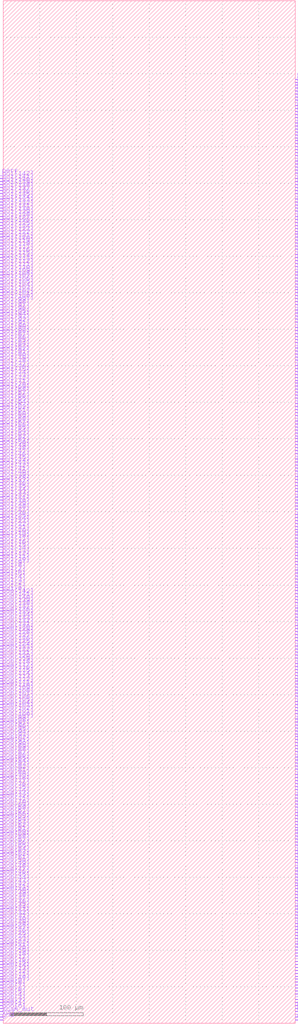
<source format=lef>
VERSION 5.7 ;
  NOWIREEXTENSIONATPIN ON ;
  DIVIDERCHAR "/" ;
  BUSBITCHARS "[]" ;
MACRO tri_iuq_cpl_arr
  CLASS BLOCK ;
  FOREIGN tri_iuq_cpl_arr ;
  ORIGIN 0.000 0.000 ;
  SIZE 400.000 BY 1400.000 ;
  PIN gnd
    DIRECTION INOUT ;
    USE SIGNAL ;
    PORT
      LAYER met3 ;
        RECT -4.000 4.000 0.000 4.600 ;
    END
  END gnd
  PIN vdd
    DIRECTION INOUT ;
    USE SIGNAL ;
    PORT
      LAYER met3 ;
        RECT -4.000 8.000 0.000 8.600 ;
    END
  END vdd
  PIN clk
    DIRECTION INPUT ;
    USE SIGNAL ;
    PORT
      LAYER met3 ;
        RECT 400.000 4.000 404.000 4.600 ;
    END
  END clk
  PIN rst
    DIRECTION INPUT ;
    USE SIGNAL ;
    PORT
      LAYER met3 ;
        RECT 400.000 8.000 404.000 8.600 ;
    END
  END rst
  PIN delay_lclkr_dc
    DIRECTION INPUT ;
    USE SIGNAL ;
    PORT
      LAYER met3 ;
        RECT 400.000 12.000 404.000 12.600 ;
    END
  END delay_lclkr_dc
  PIN mpw1_dc_b
    DIRECTION INPUT ;
    USE SIGNAL ;
    PORT
      LAYER met3 ;
        RECT 400.000 16.000 404.000 16.600 ;
    END
  END mpw1_dc_b
  PIN mpw2_dc_b
    DIRECTION INPUT ;
    USE SIGNAL ;
    PORT
      LAYER met3 ;
        RECT 400.000 20.000 404.000 20.600 ;
    END
  END mpw2_dc_b
  PIN force_t
    DIRECTION INPUT ;
    USE SIGNAL ;
    PORT
      LAYER met3 ;
        RECT 400.000 24.000 404.000 24.600 ;
    END
  END force_t
  PIN thold_0_b
    DIRECTION INPUT ;
    USE SIGNAL ;
    PORT
      LAYER met3 ;
        RECT 400.000 28.000 404.000 28.600 ;
    END
  END thold_0_b
  PIN sg_0
    DIRECTION INPUT ;
    USE SIGNAL ;
    PORT
      LAYER met3 ;
        RECT 400.000 32.000 404.000 32.600 ;
    END
  END sg_0
  PIN scan_in
    DIRECTION INPUT ;
    USE SIGNAL ;
    PORT
      LAYER met3 ;
        RECT 400.000 36.000 404.000 36.600 ;
    END
  END scan_in
  PIN scan_out
    DIRECTION OUTPUT TRISTATE ;
    USE SIGNAL ;
    PORT
      LAYER met3 ;
        RECT -4.000 12.000 0.000 12.600 ;
    END
  END scan_out
  PIN re0
    DIRECTION INPUT ;
    USE SIGNAL ;
    PORT
      LAYER met3 ;
        RECT 400.000 40.000 404.000 40.600 ;
    END
  END re0
  PIN ra0[0]
    DIRECTION INPUT ;
    USE SIGNAL ;
    PORT
      LAYER met3 ;
        RECT 400.000 44.000 404.000 44.600 ;
    END
  END ra0[0]
  PIN ra0[1]
    DIRECTION INPUT ;
    USE SIGNAL ;
    PORT
      LAYER met3 ;
        RECT 400.000 48.000 404.000 48.600 ;
    END
  END ra0[1]
  PIN ra0[2]
    DIRECTION INPUT ;
    USE SIGNAL ;
    PORT
      LAYER met3 ;
        RECT 400.000 52.000 404.000 52.600 ;
    END
  END ra0[2]
  PIN ra0[3]
    DIRECTION INPUT ;
    USE SIGNAL ;
    PORT
      LAYER met3 ;
        RECT 400.000 56.000 404.000 56.600 ;
    END
  END ra0[3]
  PIN ra0[4]
    DIRECTION INPUT ;
    USE SIGNAL ;
    PORT
      LAYER met3 ;
        RECT 400.000 60.000 404.000 60.600 ;
    END
  END ra0[4]
  PIN ra0[5]
    DIRECTION INPUT ;
    USE SIGNAL ;
    PORT
      LAYER met3 ;
        RECT 400.000 64.000 404.000 64.600 ;
    END
  END ra0[5]
  PIN do0[0]
    DIRECTION OUTPUT TRISTATE ;
    USE SIGNAL ;
    PORT
      LAYER met3 ;
        RECT -4.000 16.000 0.000 16.600 ;
    END
  END do0[0]
  PIN do0[1]
    DIRECTION OUTPUT TRISTATE ;
    USE SIGNAL ;
    PORT
      LAYER met3 ;
        RECT -4.000 20.000 0.000 20.600 ;
    END
  END do0[1]
  PIN do0[2]
    DIRECTION OUTPUT TRISTATE ;
    USE SIGNAL ;
    PORT
      LAYER met3 ;
        RECT -4.000 24.000 0.000 24.600 ;
    END
  END do0[2]
  PIN do0[3]
    DIRECTION OUTPUT TRISTATE ;
    USE SIGNAL ;
    PORT
      LAYER met3 ;
        RECT -4.000 28.000 0.000 28.600 ;
    END
  END do0[3]
  PIN do0[4]
    DIRECTION OUTPUT TRISTATE ;
    USE SIGNAL ;
    PORT
      LAYER met3 ;
        RECT -4.000 32.000 0.000 32.600 ;
    END
  END do0[4]
  PIN do0[5]
    DIRECTION OUTPUT TRISTATE ;
    USE SIGNAL ;
    PORT
      LAYER met3 ;
        RECT -4.000 36.000 0.000 36.600 ;
    END
  END do0[5]
  PIN do0[6]
    DIRECTION OUTPUT TRISTATE ;
    USE SIGNAL ;
    PORT
      LAYER met3 ;
        RECT -4.000 40.000 0.000 40.600 ;
    END
  END do0[6]
  PIN do0[7]
    DIRECTION OUTPUT TRISTATE ;
    USE SIGNAL ;
    PORT
      LAYER met3 ;
        RECT -4.000 44.000 0.000 44.600 ;
    END
  END do0[7]
  PIN do0[8]
    DIRECTION OUTPUT TRISTATE ;
    USE SIGNAL ;
    PORT
      LAYER met3 ;
        RECT -4.000 48.000 0.000 48.600 ;
    END
  END do0[8]
  PIN do0[9]
    DIRECTION OUTPUT TRISTATE ;
    USE SIGNAL ;
    PORT
      LAYER met3 ;
        RECT -4.000 52.000 0.000 52.600 ;
    END
  END do0[9]
  PIN do0[10]
    DIRECTION OUTPUT TRISTATE ;
    USE SIGNAL ;
    PORT
      LAYER met3 ;
        RECT -4.000 56.000 0.000 56.600 ;
    END
  END do0[10]
  PIN do0[11]
    DIRECTION OUTPUT TRISTATE ;
    USE SIGNAL ;
    PORT
      LAYER met3 ;
        RECT -4.000 60.000 0.000 60.600 ;
    END
  END do0[11]
  PIN do0[12]
    DIRECTION OUTPUT TRISTATE ;
    USE SIGNAL ;
    PORT
      LAYER met3 ;
        RECT -4.000 64.000 0.000 64.600 ;
    END
  END do0[12]
  PIN do0[13]
    DIRECTION OUTPUT TRISTATE ;
    USE SIGNAL ;
    PORT
      LAYER met3 ;
        RECT -4.000 68.000 0.000 68.600 ;
    END
  END do0[13]
  PIN do0[14]
    DIRECTION OUTPUT TRISTATE ;
    USE SIGNAL ;
    PORT
      LAYER met3 ;
        RECT -4.000 72.000 0.000 72.600 ;
    END
  END do0[14]
  PIN do0[15]
    DIRECTION OUTPUT TRISTATE ;
    USE SIGNAL ;
    PORT
      LAYER met3 ;
        RECT -4.000 76.000 0.000 76.600 ;
    END
  END do0[15]
  PIN do0[16]
    DIRECTION OUTPUT TRISTATE ;
    USE SIGNAL ;
    PORT
      LAYER met3 ;
        RECT -4.000 80.000 0.000 80.600 ;
    END
  END do0[16]
  PIN do0[17]
    DIRECTION OUTPUT TRISTATE ;
    USE SIGNAL ;
    PORT
      LAYER met3 ;
        RECT -4.000 84.000 0.000 84.600 ;
    END
  END do0[17]
  PIN do0[18]
    DIRECTION OUTPUT TRISTATE ;
    USE SIGNAL ;
    PORT
      LAYER met3 ;
        RECT -4.000 88.000 0.000 88.600 ;
    END
  END do0[18]
  PIN do0[19]
    DIRECTION OUTPUT TRISTATE ;
    USE SIGNAL ;
    PORT
      LAYER met3 ;
        RECT -4.000 92.000 0.000 92.600 ;
    END
  END do0[19]
  PIN do0[20]
    DIRECTION OUTPUT TRISTATE ;
    USE SIGNAL ;
    PORT
      LAYER met3 ;
        RECT -4.000 96.000 0.000 96.600 ;
    END
  END do0[20]
  PIN do0[21]
    DIRECTION OUTPUT TRISTATE ;
    USE SIGNAL ;
    PORT
      LAYER met3 ;
        RECT -4.000 100.000 0.000 100.600 ;
    END
  END do0[21]
  PIN do0[22]
    DIRECTION OUTPUT TRISTATE ;
    USE SIGNAL ;
    PORT
      LAYER met3 ;
        RECT -4.000 104.000 0.000 104.600 ;
    END
  END do0[22]
  PIN do0[23]
    DIRECTION OUTPUT TRISTATE ;
    USE SIGNAL ;
    PORT
      LAYER met3 ;
        RECT -4.000 108.000 0.000 108.600 ;
    END
  END do0[23]
  PIN do0[24]
    DIRECTION OUTPUT TRISTATE ;
    USE SIGNAL ;
    PORT
      LAYER met3 ;
        RECT -4.000 112.000 0.000 112.600 ;
    END
  END do0[24]
  PIN do0[25]
    DIRECTION OUTPUT TRISTATE ;
    USE SIGNAL ;
    PORT
      LAYER met3 ;
        RECT -4.000 116.000 0.000 116.600 ;
    END
  END do0[25]
  PIN do0[26]
    DIRECTION OUTPUT TRISTATE ;
    USE SIGNAL ;
    PORT
      LAYER met3 ;
        RECT -4.000 120.000 0.000 120.600 ;
    END
  END do0[26]
  PIN do0[27]
    DIRECTION OUTPUT TRISTATE ;
    USE SIGNAL ;
    PORT
      LAYER met3 ;
        RECT -4.000 124.000 0.000 124.600 ;
    END
  END do0[27]
  PIN do0[28]
    DIRECTION OUTPUT TRISTATE ;
    USE SIGNAL ;
    PORT
      LAYER met3 ;
        RECT -4.000 128.000 0.000 128.600 ;
    END
  END do0[28]
  PIN do0[29]
    DIRECTION OUTPUT TRISTATE ;
    USE SIGNAL ;
    PORT
      LAYER met3 ;
        RECT -4.000 132.000 0.000 132.600 ;
    END
  END do0[29]
  PIN do0[30]
    DIRECTION OUTPUT TRISTATE ;
    USE SIGNAL ;
    PORT
      LAYER met3 ;
        RECT -4.000 136.000 0.000 136.600 ;
    END
  END do0[30]
  PIN do0[31]
    DIRECTION OUTPUT TRISTATE ;
    USE SIGNAL ;
    PORT
      LAYER met3 ;
        RECT -4.000 140.000 0.000 140.600 ;
    END
  END do0[31]
  PIN do0[32]
    DIRECTION OUTPUT TRISTATE ;
    USE SIGNAL ;
    PORT
      LAYER met3 ;
        RECT -4.000 144.000 0.000 144.600 ;
    END
  END do0[32]
  PIN do0[33]
    DIRECTION OUTPUT TRISTATE ;
    USE SIGNAL ;
    PORT
      LAYER met3 ;
        RECT -4.000 148.000 0.000 148.600 ;
    END
  END do0[33]
  PIN do0[34]
    DIRECTION OUTPUT TRISTATE ;
    USE SIGNAL ;
    PORT
      LAYER met3 ;
        RECT -4.000 152.000 0.000 152.600 ;
    END
  END do0[34]
  PIN do0[35]
    DIRECTION OUTPUT TRISTATE ;
    USE SIGNAL ;
    PORT
      LAYER met3 ;
        RECT -4.000 156.000 0.000 156.600 ;
    END
  END do0[35]
  PIN do0[36]
    DIRECTION OUTPUT TRISTATE ;
    USE SIGNAL ;
    PORT
      LAYER met3 ;
        RECT -4.000 160.000 0.000 160.600 ;
    END
  END do0[36]
  PIN do0[37]
    DIRECTION OUTPUT TRISTATE ;
    USE SIGNAL ;
    PORT
      LAYER met3 ;
        RECT -4.000 164.000 0.000 164.600 ;
    END
  END do0[37]
  PIN do0[38]
    DIRECTION OUTPUT TRISTATE ;
    USE SIGNAL ;
    PORT
      LAYER met3 ;
        RECT -4.000 168.000 0.000 168.600 ;
    END
  END do0[38]
  PIN do0[39]
    DIRECTION OUTPUT TRISTATE ;
    USE SIGNAL ;
    PORT
      LAYER met3 ;
        RECT -4.000 172.000 0.000 172.600 ;
    END
  END do0[39]
  PIN do0[40]
    DIRECTION OUTPUT TRISTATE ;
    USE SIGNAL ;
    PORT
      LAYER met3 ;
        RECT -4.000 176.000 0.000 176.600 ;
    END
  END do0[40]
  PIN do0[41]
    DIRECTION OUTPUT TRISTATE ;
    USE SIGNAL ;
    PORT
      LAYER met3 ;
        RECT -4.000 180.000 0.000 180.600 ;
    END
  END do0[41]
  PIN do0[42]
    DIRECTION OUTPUT TRISTATE ;
    USE SIGNAL ;
    PORT
      LAYER met3 ;
        RECT -4.000 184.000 0.000 184.600 ;
    END
  END do0[42]
  PIN do0[43]
    DIRECTION OUTPUT TRISTATE ;
    USE SIGNAL ;
    PORT
      LAYER met3 ;
        RECT -4.000 188.000 0.000 188.600 ;
    END
  END do0[43]
  PIN do0[44]
    DIRECTION OUTPUT TRISTATE ;
    USE SIGNAL ;
    PORT
      LAYER met3 ;
        RECT -4.000 192.000 0.000 192.600 ;
    END
  END do0[44]
  PIN do0[45]
    DIRECTION OUTPUT TRISTATE ;
    USE SIGNAL ;
    PORT
      LAYER met3 ;
        RECT -4.000 196.000 0.000 196.600 ;
    END
  END do0[45]
  PIN do0[46]
    DIRECTION OUTPUT TRISTATE ;
    USE SIGNAL ;
    PORT
      LAYER met3 ;
        RECT -4.000 200.000 0.000 200.600 ;
    END
  END do0[46]
  PIN do0[47]
    DIRECTION OUTPUT TRISTATE ;
    USE SIGNAL ;
    PORT
      LAYER met3 ;
        RECT -4.000 204.000 0.000 204.600 ;
    END
  END do0[47]
  PIN do0[48]
    DIRECTION OUTPUT TRISTATE ;
    USE SIGNAL ;
    PORT
      LAYER met3 ;
        RECT -4.000 208.000 0.000 208.600 ;
    END
  END do0[48]
  PIN do0[49]
    DIRECTION OUTPUT TRISTATE ;
    USE SIGNAL ;
    PORT
      LAYER met3 ;
        RECT -4.000 212.000 0.000 212.600 ;
    END
  END do0[49]
  PIN do0[50]
    DIRECTION OUTPUT TRISTATE ;
    USE SIGNAL ;
    PORT
      LAYER met3 ;
        RECT -4.000 216.000 0.000 216.600 ;
    END
  END do0[50]
  PIN do0[51]
    DIRECTION OUTPUT TRISTATE ;
    USE SIGNAL ;
    PORT
      LAYER met3 ;
        RECT -4.000 220.000 0.000 220.600 ;
    END
  END do0[51]
  PIN do0[52]
    DIRECTION OUTPUT TRISTATE ;
    USE SIGNAL ;
    PORT
      LAYER met3 ;
        RECT -4.000 224.000 0.000 224.600 ;
    END
  END do0[52]
  PIN do0[53]
    DIRECTION OUTPUT TRISTATE ;
    USE SIGNAL ;
    PORT
      LAYER met3 ;
        RECT -4.000 228.000 0.000 228.600 ;
    END
  END do0[53]
  PIN do0[54]
    DIRECTION OUTPUT TRISTATE ;
    USE SIGNAL ;
    PORT
      LAYER met3 ;
        RECT -4.000 232.000 0.000 232.600 ;
    END
  END do0[54]
  PIN do0[55]
    DIRECTION OUTPUT TRISTATE ;
    USE SIGNAL ;
    PORT
      LAYER met3 ;
        RECT -4.000 236.000 0.000 236.600 ;
    END
  END do0[55]
  PIN do0[56]
    DIRECTION OUTPUT TRISTATE ;
    USE SIGNAL ;
    PORT
      LAYER met3 ;
        RECT -4.000 240.000 0.000 240.600 ;
    END
  END do0[56]
  PIN do0[57]
    DIRECTION OUTPUT TRISTATE ;
    USE SIGNAL ;
    PORT
      LAYER met3 ;
        RECT -4.000 244.000 0.000 244.600 ;
    END
  END do0[57]
  PIN do0[58]
    DIRECTION OUTPUT TRISTATE ;
    USE SIGNAL ;
    PORT
      LAYER met3 ;
        RECT -4.000 248.000 0.000 248.600 ;
    END
  END do0[58]
  PIN do0[59]
    DIRECTION OUTPUT TRISTATE ;
    USE SIGNAL ;
    PORT
      LAYER met3 ;
        RECT -4.000 252.000 0.000 252.600 ;
    END
  END do0[59]
  PIN do0[60]
    DIRECTION OUTPUT TRISTATE ;
    USE SIGNAL ;
    PORT
      LAYER met3 ;
        RECT -4.000 256.000 0.000 256.600 ;
    END
  END do0[60]
  PIN do0[61]
    DIRECTION OUTPUT TRISTATE ;
    USE SIGNAL ;
    PORT
      LAYER met3 ;
        RECT -4.000 260.000 0.000 260.600 ;
    END
  END do0[61]
  PIN do0[62]
    DIRECTION OUTPUT TRISTATE ;
    USE SIGNAL ;
    PORT
      LAYER met3 ;
        RECT -4.000 264.000 0.000 264.600 ;
    END
  END do0[62]
  PIN do0[63]
    DIRECTION OUTPUT TRISTATE ;
    USE SIGNAL ;
    PORT
      LAYER met3 ;
        RECT -4.000 268.000 0.000 268.600 ;
    END
  END do0[63]
  PIN do0[64]
    DIRECTION OUTPUT TRISTATE ;
    USE SIGNAL ;
    PORT
      LAYER met3 ;
        RECT -4.000 272.000 0.000 272.600 ;
    END
  END do0[64]
  PIN do0[65]
    DIRECTION OUTPUT TRISTATE ;
    USE SIGNAL ;
    PORT
      LAYER met3 ;
        RECT -4.000 276.000 0.000 276.600 ;
    END
  END do0[65]
  PIN do0[66]
    DIRECTION OUTPUT TRISTATE ;
    USE SIGNAL ;
    PORT
      LAYER met3 ;
        RECT -4.000 280.000 0.000 280.600 ;
    END
  END do0[66]
  PIN do0[67]
    DIRECTION OUTPUT TRISTATE ;
    USE SIGNAL ;
    PORT
      LAYER met3 ;
        RECT -4.000 284.000 0.000 284.600 ;
    END
  END do0[67]
  PIN do0[68]
    DIRECTION OUTPUT TRISTATE ;
    USE SIGNAL ;
    PORT
      LAYER met3 ;
        RECT -4.000 288.000 0.000 288.600 ;
    END
  END do0[68]
  PIN do0[69]
    DIRECTION OUTPUT TRISTATE ;
    USE SIGNAL ;
    PORT
      LAYER met3 ;
        RECT -4.000 292.000 0.000 292.600 ;
    END
  END do0[69]
  PIN do0[70]
    DIRECTION OUTPUT TRISTATE ;
    USE SIGNAL ;
    PORT
      LAYER met3 ;
        RECT -4.000 296.000 0.000 296.600 ;
    END
  END do0[70]
  PIN do0[71]
    DIRECTION OUTPUT TRISTATE ;
    USE SIGNAL ;
    PORT
      LAYER met3 ;
        RECT -4.000 300.000 0.000 300.600 ;
    END
  END do0[71]
  PIN do0[72]
    DIRECTION OUTPUT TRISTATE ;
    USE SIGNAL ;
    PORT
      LAYER met3 ;
        RECT -4.000 304.000 0.000 304.600 ;
    END
  END do0[72]
  PIN do0[73]
    DIRECTION OUTPUT TRISTATE ;
    USE SIGNAL ;
    PORT
      LAYER met3 ;
        RECT -4.000 308.000 0.000 308.600 ;
    END
  END do0[73]
  PIN do0[74]
    DIRECTION OUTPUT TRISTATE ;
    USE SIGNAL ;
    PORT
      LAYER met3 ;
        RECT -4.000 312.000 0.000 312.600 ;
    END
  END do0[74]
  PIN do0[75]
    DIRECTION OUTPUT TRISTATE ;
    USE SIGNAL ;
    PORT
      LAYER met3 ;
        RECT -4.000 316.000 0.000 316.600 ;
    END
  END do0[75]
  PIN do0[76]
    DIRECTION OUTPUT TRISTATE ;
    USE SIGNAL ;
    PORT
      LAYER met3 ;
        RECT -4.000 320.000 0.000 320.600 ;
    END
  END do0[76]
  PIN do0[77]
    DIRECTION OUTPUT TRISTATE ;
    USE SIGNAL ;
    PORT
      LAYER met3 ;
        RECT -4.000 324.000 0.000 324.600 ;
    END
  END do0[77]
  PIN do0[78]
    DIRECTION OUTPUT TRISTATE ;
    USE SIGNAL ;
    PORT
      LAYER met3 ;
        RECT -4.000 328.000 0.000 328.600 ;
    END
  END do0[78]
  PIN do0[79]
    DIRECTION OUTPUT TRISTATE ;
    USE SIGNAL ;
    PORT
      LAYER met3 ;
        RECT -4.000 332.000 0.000 332.600 ;
    END
  END do0[79]
  PIN do0[80]
    DIRECTION OUTPUT TRISTATE ;
    USE SIGNAL ;
    PORT
      LAYER met3 ;
        RECT -4.000 336.000 0.000 336.600 ;
    END
  END do0[80]
  PIN do0[81]
    DIRECTION OUTPUT TRISTATE ;
    USE SIGNAL ;
    PORT
      LAYER met3 ;
        RECT -4.000 340.000 0.000 340.600 ;
    END
  END do0[81]
  PIN do0[82]
    DIRECTION OUTPUT TRISTATE ;
    USE SIGNAL ;
    PORT
      LAYER met3 ;
        RECT -4.000 344.000 0.000 344.600 ;
    END
  END do0[82]
  PIN do0[83]
    DIRECTION OUTPUT TRISTATE ;
    USE SIGNAL ;
    PORT
      LAYER met3 ;
        RECT -4.000 348.000 0.000 348.600 ;
    END
  END do0[83]
  PIN do0[84]
    DIRECTION OUTPUT TRISTATE ;
    USE SIGNAL ;
    PORT
      LAYER met3 ;
        RECT -4.000 352.000 0.000 352.600 ;
    END
  END do0[84]
  PIN do0[85]
    DIRECTION OUTPUT TRISTATE ;
    USE SIGNAL ;
    PORT
      LAYER met3 ;
        RECT -4.000 356.000 0.000 356.600 ;
    END
  END do0[85]
  PIN do0[86]
    DIRECTION OUTPUT TRISTATE ;
    USE SIGNAL ;
    PORT
      LAYER met3 ;
        RECT -4.000 360.000 0.000 360.600 ;
    END
  END do0[86]
  PIN do0[87]
    DIRECTION OUTPUT TRISTATE ;
    USE SIGNAL ;
    PORT
      LAYER met3 ;
        RECT -4.000 364.000 0.000 364.600 ;
    END
  END do0[87]
  PIN do0[88]
    DIRECTION OUTPUT TRISTATE ;
    USE SIGNAL ;
    PORT
      LAYER met3 ;
        RECT -4.000 368.000 0.000 368.600 ;
    END
  END do0[88]
  PIN do0[89]
    DIRECTION OUTPUT TRISTATE ;
    USE SIGNAL ;
    PORT
      LAYER met3 ;
        RECT -4.000 372.000 0.000 372.600 ;
    END
  END do0[89]
  PIN do0[90]
    DIRECTION OUTPUT TRISTATE ;
    USE SIGNAL ;
    PORT
      LAYER met3 ;
        RECT -4.000 376.000 0.000 376.600 ;
    END
  END do0[90]
  PIN do0[91]
    DIRECTION OUTPUT TRISTATE ;
    USE SIGNAL ;
    PORT
      LAYER met3 ;
        RECT -4.000 380.000 0.000 380.600 ;
    END
  END do0[91]
  PIN do0[92]
    DIRECTION OUTPUT TRISTATE ;
    USE SIGNAL ;
    PORT
      LAYER met3 ;
        RECT -4.000 384.000 0.000 384.600 ;
    END
  END do0[92]
  PIN do0[93]
    DIRECTION OUTPUT TRISTATE ;
    USE SIGNAL ;
    PORT
      LAYER met3 ;
        RECT -4.000 388.000 0.000 388.600 ;
    END
  END do0[93]
  PIN do0[94]
    DIRECTION OUTPUT TRISTATE ;
    USE SIGNAL ;
    PORT
      LAYER met3 ;
        RECT -4.000 392.000 0.000 392.600 ;
    END
  END do0[94]
  PIN do0[95]
    DIRECTION OUTPUT TRISTATE ;
    USE SIGNAL ;
    PORT
      LAYER met3 ;
        RECT -4.000 396.000 0.000 396.600 ;
    END
  END do0[95]
  PIN do0[96]
    DIRECTION OUTPUT TRISTATE ;
    USE SIGNAL ;
    PORT
      LAYER met3 ;
        RECT -4.000 400.000 0.000 400.600 ;
    END
  END do0[96]
  PIN do0[97]
    DIRECTION OUTPUT TRISTATE ;
    USE SIGNAL ;
    PORT
      LAYER met3 ;
        RECT -4.000 404.000 0.000 404.600 ;
    END
  END do0[97]
  PIN do0[98]
    DIRECTION OUTPUT TRISTATE ;
    USE SIGNAL ;
    PORT
      LAYER met3 ;
        RECT -4.000 408.000 0.000 408.600 ;
    END
  END do0[98]
  PIN do0[99]
    DIRECTION OUTPUT TRISTATE ;
    USE SIGNAL ;
    PORT
      LAYER met3 ;
        RECT -4.000 412.000 0.000 412.600 ;
    END
  END do0[99]
  PIN do0[100]
    DIRECTION OUTPUT TRISTATE ;
    USE SIGNAL ;
    PORT
      LAYER met3 ;
        RECT -4.000 416.000 0.000 416.600 ;
    END
  END do0[100]
  PIN do0[101]
    DIRECTION OUTPUT TRISTATE ;
    USE SIGNAL ;
    PORT
      LAYER met3 ;
        RECT -4.000 420.000 0.000 420.600 ;
    END
  END do0[101]
  PIN do0[102]
    DIRECTION OUTPUT TRISTATE ;
    USE SIGNAL ;
    PORT
      LAYER met3 ;
        RECT -4.000 424.000 0.000 424.600 ;
    END
  END do0[102]
  PIN do0[103]
    DIRECTION OUTPUT TRISTATE ;
    USE SIGNAL ;
    PORT
      LAYER met3 ;
        RECT -4.000 428.000 0.000 428.600 ;
    END
  END do0[103]
  PIN do0[104]
    DIRECTION OUTPUT TRISTATE ;
    USE SIGNAL ;
    PORT
      LAYER met3 ;
        RECT -4.000 432.000 0.000 432.600 ;
    END
  END do0[104]
  PIN do0[105]
    DIRECTION OUTPUT TRISTATE ;
    USE SIGNAL ;
    PORT
      LAYER met3 ;
        RECT -4.000 436.000 0.000 436.600 ;
    END
  END do0[105]
  PIN do0[106]
    DIRECTION OUTPUT TRISTATE ;
    USE SIGNAL ;
    PORT
      LAYER met3 ;
        RECT -4.000 440.000 0.000 440.600 ;
    END
  END do0[106]
  PIN do0[107]
    DIRECTION OUTPUT TRISTATE ;
    USE SIGNAL ;
    PORT
      LAYER met3 ;
        RECT -4.000 444.000 0.000 444.600 ;
    END
  END do0[107]
  PIN do0[108]
    DIRECTION OUTPUT TRISTATE ;
    USE SIGNAL ;
    PORT
      LAYER met3 ;
        RECT -4.000 448.000 0.000 448.600 ;
    END
  END do0[108]
  PIN do0[109]
    DIRECTION OUTPUT TRISTATE ;
    USE SIGNAL ;
    PORT
      LAYER met3 ;
        RECT -4.000 452.000 0.000 452.600 ;
    END
  END do0[109]
  PIN do0[110]
    DIRECTION OUTPUT TRISTATE ;
    USE SIGNAL ;
    PORT
      LAYER met3 ;
        RECT -4.000 456.000 0.000 456.600 ;
    END
  END do0[110]
  PIN do0[111]
    DIRECTION OUTPUT TRISTATE ;
    USE SIGNAL ;
    PORT
      LAYER met3 ;
        RECT -4.000 460.000 0.000 460.600 ;
    END
  END do0[111]
  PIN do0[112]
    DIRECTION OUTPUT TRISTATE ;
    USE SIGNAL ;
    PORT
      LAYER met3 ;
        RECT -4.000 464.000 0.000 464.600 ;
    END
  END do0[112]
  PIN do0[113]
    DIRECTION OUTPUT TRISTATE ;
    USE SIGNAL ;
    PORT
      LAYER met3 ;
        RECT -4.000 468.000 0.000 468.600 ;
    END
  END do0[113]
  PIN do0[114]
    DIRECTION OUTPUT TRISTATE ;
    USE SIGNAL ;
    PORT
      LAYER met3 ;
        RECT -4.000 472.000 0.000 472.600 ;
    END
  END do0[114]
  PIN do0[115]
    DIRECTION OUTPUT TRISTATE ;
    USE SIGNAL ;
    PORT
      LAYER met3 ;
        RECT -4.000 476.000 0.000 476.600 ;
    END
  END do0[115]
  PIN do0[116]
    DIRECTION OUTPUT TRISTATE ;
    USE SIGNAL ;
    PORT
      LAYER met3 ;
        RECT -4.000 480.000 0.000 480.600 ;
    END
  END do0[116]
  PIN do0[117]
    DIRECTION OUTPUT TRISTATE ;
    USE SIGNAL ;
    PORT
      LAYER met3 ;
        RECT -4.000 484.000 0.000 484.600 ;
    END
  END do0[117]
  PIN do0[118]
    DIRECTION OUTPUT TRISTATE ;
    USE SIGNAL ;
    PORT
      LAYER met3 ;
        RECT -4.000 488.000 0.000 488.600 ;
    END
  END do0[118]
  PIN do0[119]
    DIRECTION OUTPUT TRISTATE ;
    USE SIGNAL ;
    PORT
      LAYER met3 ;
        RECT -4.000 492.000 0.000 492.600 ;
    END
  END do0[119]
  PIN do0[120]
    DIRECTION OUTPUT TRISTATE ;
    USE SIGNAL ;
    PORT
      LAYER met3 ;
        RECT -4.000 496.000 0.000 496.600 ;
    END
  END do0[120]
  PIN do0[121]
    DIRECTION OUTPUT TRISTATE ;
    USE SIGNAL ;
    PORT
      LAYER met3 ;
        RECT -4.000 500.000 0.000 500.600 ;
    END
  END do0[121]
  PIN do0[122]
    DIRECTION OUTPUT TRISTATE ;
    USE SIGNAL ;
    PORT
      LAYER met3 ;
        RECT -4.000 504.000 0.000 504.600 ;
    END
  END do0[122]
  PIN do0[123]
    DIRECTION OUTPUT TRISTATE ;
    USE SIGNAL ;
    PORT
      LAYER met3 ;
        RECT -4.000 508.000 0.000 508.600 ;
    END
  END do0[123]
  PIN do0[124]
    DIRECTION OUTPUT TRISTATE ;
    USE SIGNAL ;
    PORT
      LAYER met3 ;
        RECT -4.000 512.000 0.000 512.600 ;
    END
  END do0[124]
  PIN do0[125]
    DIRECTION OUTPUT TRISTATE ;
    USE SIGNAL ;
    PORT
      LAYER met3 ;
        RECT -4.000 516.000 0.000 516.600 ;
    END
  END do0[125]
  PIN do0[126]
    DIRECTION OUTPUT TRISTATE ;
    USE SIGNAL ;
    PORT
      LAYER met3 ;
        RECT -4.000 520.000 0.000 520.600 ;
    END
  END do0[126]
  PIN do0[127]
    DIRECTION OUTPUT TRISTATE ;
    USE SIGNAL ;
    PORT
      LAYER met3 ;
        RECT -4.000 524.000 0.000 524.600 ;
    END
  END do0[127]
  PIN do0[128]
    DIRECTION OUTPUT TRISTATE ;
    USE SIGNAL ;
    PORT
      LAYER met3 ;
        RECT -4.000 528.000 0.000 528.600 ;
    END
  END do0[128]
  PIN do0[129]
    DIRECTION OUTPUT TRISTATE ;
    USE SIGNAL ;
    PORT
      LAYER met3 ;
        RECT -4.000 532.000 0.000 532.600 ;
    END
  END do0[129]
  PIN do0[130]
    DIRECTION OUTPUT TRISTATE ;
    USE SIGNAL ;
    PORT
      LAYER met3 ;
        RECT -4.000 536.000 0.000 536.600 ;
    END
  END do0[130]
  PIN do0[131]
    DIRECTION OUTPUT TRISTATE ;
    USE SIGNAL ;
    PORT
      LAYER met3 ;
        RECT -4.000 540.000 0.000 540.600 ;
    END
  END do0[131]
  PIN do0[132]
    DIRECTION OUTPUT TRISTATE ;
    USE SIGNAL ;
    PORT
      LAYER met3 ;
        RECT -4.000 544.000 0.000 544.600 ;
    END
  END do0[132]
  PIN do0[133]
    DIRECTION OUTPUT TRISTATE ;
    USE SIGNAL ;
    PORT
      LAYER met3 ;
        RECT -4.000 548.000 0.000 548.600 ;
    END
  END do0[133]
  PIN do0[134]
    DIRECTION OUTPUT TRISTATE ;
    USE SIGNAL ;
    PORT
      LAYER met3 ;
        RECT -4.000 552.000 0.000 552.600 ;
    END
  END do0[134]
  PIN do0[135]
    DIRECTION OUTPUT TRISTATE ;
    USE SIGNAL ;
    PORT
      LAYER met3 ;
        RECT -4.000 556.000 0.000 556.600 ;
    END
  END do0[135]
  PIN do0[136]
    DIRECTION OUTPUT TRISTATE ;
    USE SIGNAL ;
    PORT
      LAYER met3 ;
        RECT -4.000 560.000 0.000 560.600 ;
    END
  END do0[136]
  PIN do0[137]
    DIRECTION OUTPUT TRISTATE ;
    USE SIGNAL ;
    PORT
      LAYER met3 ;
        RECT -4.000 564.000 0.000 564.600 ;
    END
  END do0[137]
  PIN do0[138]
    DIRECTION OUTPUT TRISTATE ;
    USE SIGNAL ;
    PORT
      LAYER met3 ;
        RECT -4.000 568.000 0.000 568.600 ;
    END
  END do0[138]
  PIN do0[139]
    DIRECTION OUTPUT TRISTATE ;
    USE SIGNAL ;
    PORT
      LAYER met3 ;
        RECT -4.000 572.000 0.000 572.600 ;
    END
  END do0[139]
  PIN do0[140]
    DIRECTION OUTPUT TRISTATE ;
    USE SIGNAL ;
    PORT
      LAYER met3 ;
        RECT -4.000 576.000 0.000 576.600 ;
    END
  END do0[140]
  PIN do0[141]
    DIRECTION OUTPUT TRISTATE ;
    USE SIGNAL ;
    PORT
      LAYER met3 ;
        RECT -4.000 580.000 0.000 580.600 ;
    END
  END do0[141]
  PIN do0[142]
    DIRECTION OUTPUT TRISTATE ;
    USE SIGNAL ;
    PORT
      LAYER met3 ;
        RECT -4.000 584.000 0.000 584.600 ;
    END
  END do0[142]
  PIN re1
    DIRECTION INPUT ;
    USE SIGNAL ;
    PORT
      LAYER met3 ;
        RECT 400.000 68.000 404.000 68.600 ;
    END
  END re1
  PIN ra1[0]
    DIRECTION INPUT ;
    USE SIGNAL ;
    PORT
      LAYER met3 ;
        RECT 400.000 72.000 404.000 72.600 ;
    END
  END ra1[0]
  PIN ra1[1]
    DIRECTION INPUT ;
    USE SIGNAL ;
    PORT
      LAYER met3 ;
        RECT 400.000 76.000 404.000 76.600 ;
    END
  END ra1[1]
  PIN ra1[2]
    DIRECTION INPUT ;
    USE SIGNAL ;
    PORT
      LAYER met3 ;
        RECT 400.000 80.000 404.000 80.600 ;
    END
  END ra1[2]
  PIN ra1[3]
    DIRECTION INPUT ;
    USE SIGNAL ;
    PORT
      LAYER met3 ;
        RECT 400.000 84.000 404.000 84.600 ;
    END
  END ra1[3]
  PIN ra1[4]
    DIRECTION INPUT ;
    USE SIGNAL ;
    PORT
      LAYER met3 ;
        RECT 400.000 88.000 404.000 88.600 ;
    END
  END ra1[4]
  PIN ra1[5]
    DIRECTION INPUT ;
    USE SIGNAL ;
    PORT
      LAYER met3 ;
        RECT 400.000 92.000 404.000 92.600 ;
    END
  END ra1[5]
  PIN do1[0]
    DIRECTION OUTPUT TRISTATE ;
    USE SIGNAL ;
    PORT
      LAYER met3 ;
        RECT -4.000 588.000 0.000 588.600 ;
    END
  END do1[0]
  PIN do1[1]
    DIRECTION OUTPUT TRISTATE ;
    USE SIGNAL ;
    PORT
      LAYER met3 ;
        RECT -4.000 592.000 0.000 592.600 ;
    END
  END do1[1]
  PIN do1[2]
    DIRECTION OUTPUT TRISTATE ;
    USE SIGNAL ;
    PORT
      LAYER met3 ;
        RECT -4.000 596.000 0.000 596.600 ;
    END
  END do1[2]
  PIN do1[3]
    DIRECTION OUTPUT TRISTATE ;
    USE SIGNAL ;
    PORT
      LAYER met3 ;
        RECT -4.000 600.000 0.000 600.600 ;
    END
  END do1[3]
  PIN do1[4]
    DIRECTION OUTPUT TRISTATE ;
    USE SIGNAL ;
    PORT
      LAYER met3 ;
        RECT -4.000 604.000 0.000 604.600 ;
    END
  END do1[4]
  PIN do1[5]
    DIRECTION OUTPUT TRISTATE ;
    USE SIGNAL ;
    PORT
      LAYER met3 ;
        RECT -4.000 608.000 0.000 608.600 ;
    END
  END do1[5]
  PIN do1[6]
    DIRECTION OUTPUT TRISTATE ;
    USE SIGNAL ;
    PORT
      LAYER met3 ;
        RECT -4.000 612.000 0.000 612.600 ;
    END
  END do1[6]
  PIN do1[7]
    DIRECTION OUTPUT TRISTATE ;
    USE SIGNAL ;
    PORT
      LAYER met3 ;
        RECT -4.000 616.000 0.000 616.600 ;
    END
  END do1[7]
  PIN do1[8]
    DIRECTION OUTPUT TRISTATE ;
    USE SIGNAL ;
    PORT
      LAYER met3 ;
        RECT -4.000 620.000 0.000 620.600 ;
    END
  END do1[8]
  PIN do1[9]
    DIRECTION OUTPUT TRISTATE ;
    USE SIGNAL ;
    PORT
      LAYER met3 ;
        RECT -4.000 624.000 0.000 624.600 ;
    END
  END do1[9]
  PIN do1[10]
    DIRECTION OUTPUT TRISTATE ;
    USE SIGNAL ;
    PORT
      LAYER met3 ;
        RECT -4.000 628.000 0.000 628.600 ;
    END
  END do1[10]
  PIN do1[11]
    DIRECTION OUTPUT TRISTATE ;
    USE SIGNAL ;
    PORT
      LAYER met3 ;
        RECT -4.000 632.000 0.000 632.600 ;
    END
  END do1[11]
  PIN do1[12]
    DIRECTION OUTPUT TRISTATE ;
    USE SIGNAL ;
    PORT
      LAYER met3 ;
        RECT -4.000 636.000 0.000 636.600 ;
    END
  END do1[12]
  PIN do1[13]
    DIRECTION OUTPUT TRISTATE ;
    USE SIGNAL ;
    PORT
      LAYER met3 ;
        RECT -4.000 640.000 0.000 640.600 ;
    END
  END do1[13]
  PIN do1[14]
    DIRECTION OUTPUT TRISTATE ;
    USE SIGNAL ;
    PORT
      LAYER met3 ;
        RECT -4.000 644.000 0.000 644.600 ;
    END
  END do1[14]
  PIN do1[15]
    DIRECTION OUTPUT TRISTATE ;
    USE SIGNAL ;
    PORT
      LAYER met3 ;
        RECT -4.000 648.000 0.000 648.600 ;
    END
  END do1[15]
  PIN do1[16]
    DIRECTION OUTPUT TRISTATE ;
    USE SIGNAL ;
    PORT
      LAYER met3 ;
        RECT -4.000 652.000 0.000 652.600 ;
    END
  END do1[16]
  PIN do1[17]
    DIRECTION OUTPUT TRISTATE ;
    USE SIGNAL ;
    PORT
      LAYER met3 ;
        RECT -4.000 656.000 0.000 656.600 ;
    END
  END do1[17]
  PIN do1[18]
    DIRECTION OUTPUT TRISTATE ;
    USE SIGNAL ;
    PORT
      LAYER met3 ;
        RECT -4.000 660.000 0.000 660.600 ;
    END
  END do1[18]
  PIN do1[19]
    DIRECTION OUTPUT TRISTATE ;
    USE SIGNAL ;
    PORT
      LAYER met3 ;
        RECT -4.000 664.000 0.000 664.600 ;
    END
  END do1[19]
  PIN do1[20]
    DIRECTION OUTPUT TRISTATE ;
    USE SIGNAL ;
    PORT
      LAYER met3 ;
        RECT -4.000 668.000 0.000 668.600 ;
    END
  END do1[20]
  PIN do1[21]
    DIRECTION OUTPUT TRISTATE ;
    USE SIGNAL ;
    PORT
      LAYER met3 ;
        RECT -4.000 672.000 0.000 672.600 ;
    END
  END do1[21]
  PIN do1[22]
    DIRECTION OUTPUT TRISTATE ;
    USE SIGNAL ;
    PORT
      LAYER met3 ;
        RECT -4.000 676.000 0.000 676.600 ;
    END
  END do1[22]
  PIN do1[23]
    DIRECTION OUTPUT TRISTATE ;
    USE SIGNAL ;
    PORT
      LAYER met3 ;
        RECT -4.000 680.000 0.000 680.600 ;
    END
  END do1[23]
  PIN do1[24]
    DIRECTION OUTPUT TRISTATE ;
    USE SIGNAL ;
    PORT
      LAYER met3 ;
        RECT -4.000 684.000 0.000 684.600 ;
    END
  END do1[24]
  PIN do1[25]
    DIRECTION OUTPUT TRISTATE ;
    USE SIGNAL ;
    PORT
      LAYER met3 ;
        RECT -4.000 688.000 0.000 688.600 ;
    END
  END do1[25]
  PIN do1[26]
    DIRECTION OUTPUT TRISTATE ;
    USE SIGNAL ;
    PORT
      LAYER met3 ;
        RECT -4.000 692.000 0.000 692.600 ;
    END
  END do1[26]
  PIN do1[27]
    DIRECTION OUTPUT TRISTATE ;
    USE SIGNAL ;
    PORT
      LAYER met3 ;
        RECT -4.000 696.000 0.000 696.600 ;
    END
  END do1[27]
  PIN do1[28]
    DIRECTION OUTPUT TRISTATE ;
    USE SIGNAL ;
    PORT
      LAYER met3 ;
        RECT -4.000 700.000 0.000 700.600 ;
    END
  END do1[28]
  PIN do1[29]
    DIRECTION OUTPUT TRISTATE ;
    USE SIGNAL ;
    PORT
      LAYER met3 ;
        RECT -4.000 704.000 0.000 704.600 ;
    END
  END do1[29]
  PIN do1[30]
    DIRECTION OUTPUT TRISTATE ;
    USE SIGNAL ;
    PORT
      LAYER met3 ;
        RECT -4.000 708.000 0.000 708.600 ;
    END
  END do1[30]
  PIN do1[31]
    DIRECTION OUTPUT TRISTATE ;
    USE SIGNAL ;
    PORT
      LAYER met3 ;
        RECT -4.000 712.000 0.000 712.600 ;
    END
  END do1[31]
  PIN do1[32]
    DIRECTION OUTPUT TRISTATE ;
    USE SIGNAL ;
    PORT
      LAYER met3 ;
        RECT -4.000 716.000 0.000 716.600 ;
    END
  END do1[32]
  PIN do1[33]
    DIRECTION OUTPUT TRISTATE ;
    USE SIGNAL ;
    PORT
      LAYER met3 ;
        RECT -4.000 720.000 0.000 720.600 ;
    END
  END do1[33]
  PIN do1[34]
    DIRECTION OUTPUT TRISTATE ;
    USE SIGNAL ;
    PORT
      LAYER met3 ;
        RECT -4.000 724.000 0.000 724.600 ;
    END
  END do1[34]
  PIN do1[35]
    DIRECTION OUTPUT TRISTATE ;
    USE SIGNAL ;
    PORT
      LAYER met3 ;
        RECT -4.000 728.000 0.000 728.600 ;
    END
  END do1[35]
  PIN do1[36]
    DIRECTION OUTPUT TRISTATE ;
    USE SIGNAL ;
    PORT
      LAYER met3 ;
        RECT -4.000 732.000 0.000 732.600 ;
    END
  END do1[36]
  PIN do1[37]
    DIRECTION OUTPUT TRISTATE ;
    USE SIGNAL ;
    PORT
      LAYER met3 ;
        RECT -4.000 736.000 0.000 736.600 ;
    END
  END do1[37]
  PIN do1[38]
    DIRECTION OUTPUT TRISTATE ;
    USE SIGNAL ;
    PORT
      LAYER met3 ;
        RECT -4.000 740.000 0.000 740.600 ;
    END
  END do1[38]
  PIN do1[39]
    DIRECTION OUTPUT TRISTATE ;
    USE SIGNAL ;
    PORT
      LAYER met3 ;
        RECT -4.000 744.000 0.000 744.600 ;
    END
  END do1[39]
  PIN do1[40]
    DIRECTION OUTPUT TRISTATE ;
    USE SIGNAL ;
    PORT
      LAYER met3 ;
        RECT -4.000 748.000 0.000 748.600 ;
    END
  END do1[40]
  PIN do1[41]
    DIRECTION OUTPUT TRISTATE ;
    USE SIGNAL ;
    PORT
      LAYER met3 ;
        RECT -4.000 752.000 0.000 752.600 ;
    END
  END do1[41]
  PIN do1[42]
    DIRECTION OUTPUT TRISTATE ;
    USE SIGNAL ;
    PORT
      LAYER met3 ;
        RECT -4.000 756.000 0.000 756.600 ;
    END
  END do1[42]
  PIN do1[43]
    DIRECTION OUTPUT TRISTATE ;
    USE SIGNAL ;
    PORT
      LAYER met3 ;
        RECT -4.000 760.000 0.000 760.600 ;
    END
  END do1[43]
  PIN do1[44]
    DIRECTION OUTPUT TRISTATE ;
    USE SIGNAL ;
    PORT
      LAYER met3 ;
        RECT -4.000 764.000 0.000 764.600 ;
    END
  END do1[44]
  PIN do1[45]
    DIRECTION OUTPUT TRISTATE ;
    USE SIGNAL ;
    PORT
      LAYER met3 ;
        RECT -4.000 768.000 0.000 768.600 ;
    END
  END do1[45]
  PIN do1[46]
    DIRECTION OUTPUT TRISTATE ;
    USE SIGNAL ;
    PORT
      LAYER met3 ;
        RECT -4.000 772.000 0.000 772.600 ;
    END
  END do1[46]
  PIN do1[47]
    DIRECTION OUTPUT TRISTATE ;
    USE SIGNAL ;
    PORT
      LAYER met3 ;
        RECT -4.000 776.000 0.000 776.600 ;
    END
  END do1[47]
  PIN do1[48]
    DIRECTION OUTPUT TRISTATE ;
    USE SIGNAL ;
    PORT
      LAYER met3 ;
        RECT -4.000 780.000 0.000 780.600 ;
    END
  END do1[48]
  PIN do1[49]
    DIRECTION OUTPUT TRISTATE ;
    USE SIGNAL ;
    PORT
      LAYER met3 ;
        RECT -4.000 784.000 0.000 784.600 ;
    END
  END do1[49]
  PIN do1[50]
    DIRECTION OUTPUT TRISTATE ;
    USE SIGNAL ;
    PORT
      LAYER met3 ;
        RECT -4.000 788.000 0.000 788.600 ;
    END
  END do1[50]
  PIN do1[51]
    DIRECTION OUTPUT TRISTATE ;
    USE SIGNAL ;
    PORT
      LAYER met3 ;
        RECT -4.000 792.000 0.000 792.600 ;
    END
  END do1[51]
  PIN do1[52]
    DIRECTION OUTPUT TRISTATE ;
    USE SIGNAL ;
    PORT
      LAYER met3 ;
        RECT -4.000 796.000 0.000 796.600 ;
    END
  END do1[52]
  PIN do1[53]
    DIRECTION OUTPUT TRISTATE ;
    USE SIGNAL ;
    PORT
      LAYER met3 ;
        RECT -4.000 800.000 0.000 800.600 ;
    END
  END do1[53]
  PIN do1[54]
    DIRECTION OUTPUT TRISTATE ;
    USE SIGNAL ;
    PORT
      LAYER met3 ;
        RECT -4.000 804.000 0.000 804.600 ;
    END
  END do1[54]
  PIN do1[55]
    DIRECTION OUTPUT TRISTATE ;
    USE SIGNAL ;
    PORT
      LAYER met3 ;
        RECT -4.000 808.000 0.000 808.600 ;
    END
  END do1[55]
  PIN do1[56]
    DIRECTION OUTPUT TRISTATE ;
    USE SIGNAL ;
    PORT
      LAYER met3 ;
        RECT -4.000 812.000 0.000 812.600 ;
    END
  END do1[56]
  PIN do1[57]
    DIRECTION OUTPUT TRISTATE ;
    USE SIGNAL ;
    PORT
      LAYER met3 ;
        RECT -4.000 816.000 0.000 816.600 ;
    END
  END do1[57]
  PIN do1[58]
    DIRECTION OUTPUT TRISTATE ;
    USE SIGNAL ;
    PORT
      LAYER met3 ;
        RECT -4.000 820.000 0.000 820.600 ;
    END
  END do1[58]
  PIN do1[59]
    DIRECTION OUTPUT TRISTATE ;
    USE SIGNAL ;
    PORT
      LAYER met3 ;
        RECT -4.000 824.000 0.000 824.600 ;
    END
  END do1[59]
  PIN do1[60]
    DIRECTION OUTPUT TRISTATE ;
    USE SIGNAL ;
    PORT
      LAYER met3 ;
        RECT -4.000 828.000 0.000 828.600 ;
    END
  END do1[60]
  PIN do1[61]
    DIRECTION OUTPUT TRISTATE ;
    USE SIGNAL ;
    PORT
      LAYER met3 ;
        RECT -4.000 832.000 0.000 832.600 ;
    END
  END do1[61]
  PIN do1[62]
    DIRECTION OUTPUT TRISTATE ;
    USE SIGNAL ;
    PORT
      LAYER met3 ;
        RECT -4.000 836.000 0.000 836.600 ;
    END
  END do1[62]
  PIN do1[63]
    DIRECTION OUTPUT TRISTATE ;
    USE SIGNAL ;
    PORT
      LAYER met3 ;
        RECT -4.000 840.000 0.000 840.600 ;
    END
  END do1[63]
  PIN do1[64]
    DIRECTION OUTPUT TRISTATE ;
    USE SIGNAL ;
    PORT
      LAYER met3 ;
        RECT -4.000 844.000 0.000 844.600 ;
    END
  END do1[64]
  PIN do1[65]
    DIRECTION OUTPUT TRISTATE ;
    USE SIGNAL ;
    PORT
      LAYER met3 ;
        RECT -4.000 848.000 0.000 848.600 ;
    END
  END do1[65]
  PIN do1[66]
    DIRECTION OUTPUT TRISTATE ;
    USE SIGNAL ;
    PORT
      LAYER met3 ;
        RECT -4.000 852.000 0.000 852.600 ;
    END
  END do1[66]
  PIN do1[67]
    DIRECTION OUTPUT TRISTATE ;
    USE SIGNAL ;
    PORT
      LAYER met3 ;
        RECT -4.000 856.000 0.000 856.600 ;
    END
  END do1[67]
  PIN do1[68]
    DIRECTION OUTPUT TRISTATE ;
    USE SIGNAL ;
    PORT
      LAYER met3 ;
        RECT -4.000 860.000 0.000 860.600 ;
    END
  END do1[68]
  PIN do1[69]
    DIRECTION OUTPUT TRISTATE ;
    USE SIGNAL ;
    PORT
      LAYER met3 ;
        RECT -4.000 864.000 0.000 864.600 ;
    END
  END do1[69]
  PIN do1[70]
    DIRECTION OUTPUT TRISTATE ;
    USE SIGNAL ;
    PORT
      LAYER met3 ;
        RECT -4.000 868.000 0.000 868.600 ;
    END
  END do1[70]
  PIN do1[71]
    DIRECTION OUTPUT TRISTATE ;
    USE SIGNAL ;
    PORT
      LAYER met3 ;
        RECT -4.000 872.000 0.000 872.600 ;
    END
  END do1[71]
  PIN do1[72]
    DIRECTION OUTPUT TRISTATE ;
    USE SIGNAL ;
    PORT
      LAYER met3 ;
        RECT -4.000 876.000 0.000 876.600 ;
    END
  END do1[72]
  PIN do1[73]
    DIRECTION OUTPUT TRISTATE ;
    USE SIGNAL ;
    PORT
      LAYER met3 ;
        RECT -4.000 880.000 0.000 880.600 ;
    END
  END do1[73]
  PIN do1[74]
    DIRECTION OUTPUT TRISTATE ;
    USE SIGNAL ;
    PORT
      LAYER met3 ;
        RECT -4.000 884.000 0.000 884.600 ;
    END
  END do1[74]
  PIN do1[75]
    DIRECTION OUTPUT TRISTATE ;
    USE SIGNAL ;
    PORT
      LAYER met3 ;
        RECT -4.000 888.000 0.000 888.600 ;
    END
  END do1[75]
  PIN do1[76]
    DIRECTION OUTPUT TRISTATE ;
    USE SIGNAL ;
    PORT
      LAYER met3 ;
        RECT -4.000 892.000 0.000 892.600 ;
    END
  END do1[76]
  PIN do1[77]
    DIRECTION OUTPUT TRISTATE ;
    USE SIGNAL ;
    PORT
      LAYER met3 ;
        RECT -4.000 896.000 0.000 896.600 ;
    END
  END do1[77]
  PIN do1[78]
    DIRECTION OUTPUT TRISTATE ;
    USE SIGNAL ;
    PORT
      LAYER met3 ;
        RECT -4.000 900.000 0.000 900.600 ;
    END
  END do1[78]
  PIN do1[79]
    DIRECTION OUTPUT TRISTATE ;
    USE SIGNAL ;
    PORT
      LAYER met3 ;
        RECT -4.000 904.000 0.000 904.600 ;
    END
  END do1[79]
  PIN do1[80]
    DIRECTION OUTPUT TRISTATE ;
    USE SIGNAL ;
    PORT
      LAYER met3 ;
        RECT -4.000 908.000 0.000 908.600 ;
    END
  END do1[80]
  PIN do1[81]
    DIRECTION OUTPUT TRISTATE ;
    USE SIGNAL ;
    PORT
      LAYER met3 ;
        RECT -4.000 912.000 0.000 912.600 ;
    END
  END do1[81]
  PIN do1[82]
    DIRECTION OUTPUT TRISTATE ;
    USE SIGNAL ;
    PORT
      LAYER met3 ;
        RECT -4.000 916.000 0.000 916.600 ;
    END
  END do1[82]
  PIN do1[83]
    DIRECTION OUTPUT TRISTATE ;
    USE SIGNAL ;
    PORT
      LAYER met3 ;
        RECT -4.000 920.000 0.000 920.600 ;
    END
  END do1[83]
  PIN do1[84]
    DIRECTION OUTPUT TRISTATE ;
    USE SIGNAL ;
    PORT
      LAYER met3 ;
        RECT -4.000 924.000 0.000 924.600 ;
    END
  END do1[84]
  PIN do1[85]
    DIRECTION OUTPUT TRISTATE ;
    USE SIGNAL ;
    PORT
      LAYER met3 ;
        RECT -4.000 928.000 0.000 928.600 ;
    END
  END do1[85]
  PIN do1[86]
    DIRECTION OUTPUT TRISTATE ;
    USE SIGNAL ;
    PORT
      LAYER met3 ;
        RECT -4.000 932.000 0.000 932.600 ;
    END
  END do1[86]
  PIN do1[87]
    DIRECTION OUTPUT TRISTATE ;
    USE SIGNAL ;
    PORT
      LAYER met3 ;
        RECT -4.000 936.000 0.000 936.600 ;
    END
  END do1[87]
  PIN do1[88]
    DIRECTION OUTPUT TRISTATE ;
    USE SIGNAL ;
    PORT
      LAYER met3 ;
        RECT -4.000 940.000 0.000 940.600 ;
    END
  END do1[88]
  PIN do1[89]
    DIRECTION OUTPUT TRISTATE ;
    USE SIGNAL ;
    PORT
      LAYER met3 ;
        RECT -4.000 944.000 0.000 944.600 ;
    END
  END do1[89]
  PIN do1[90]
    DIRECTION OUTPUT TRISTATE ;
    USE SIGNAL ;
    PORT
      LAYER met3 ;
        RECT -4.000 948.000 0.000 948.600 ;
    END
  END do1[90]
  PIN do1[91]
    DIRECTION OUTPUT TRISTATE ;
    USE SIGNAL ;
    PORT
      LAYER met3 ;
        RECT -4.000 952.000 0.000 952.600 ;
    END
  END do1[91]
  PIN do1[92]
    DIRECTION OUTPUT TRISTATE ;
    USE SIGNAL ;
    PORT
      LAYER met3 ;
        RECT -4.000 956.000 0.000 956.600 ;
    END
  END do1[92]
  PIN do1[93]
    DIRECTION OUTPUT TRISTATE ;
    USE SIGNAL ;
    PORT
      LAYER met3 ;
        RECT -4.000 960.000 0.000 960.600 ;
    END
  END do1[93]
  PIN do1[94]
    DIRECTION OUTPUT TRISTATE ;
    USE SIGNAL ;
    PORT
      LAYER met3 ;
        RECT -4.000 964.000 0.000 964.600 ;
    END
  END do1[94]
  PIN do1[95]
    DIRECTION OUTPUT TRISTATE ;
    USE SIGNAL ;
    PORT
      LAYER met3 ;
        RECT -4.000 968.000 0.000 968.600 ;
    END
  END do1[95]
  PIN do1[96]
    DIRECTION OUTPUT TRISTATE ;
    USE SIGNAL ;
    PORT
      LAYER met3 ;
        RECT -4.000 972.000 0.000 972.600 ;
    END
  END do1[96]
  PIN do1[97]
    DIRECTION OUTPUT TRISTATE ;
    USE SIGNAL ;
    PORT
      LAYER met3 ;
        RECT -4.000 976.000 0.000 976.600 ;
    END
  END do1[97]
  PIN do1[98]
    DIRECTION OUTPUT TRISTATE ;
    USE SIGNAL ;
    PORT
      LAYER met3 ;
        RECT -4.000 980.000 0.000 980.600 ;
    END
  END do1[98]
  PIN do1[99]
    DIRECTION OUTPUT TRISTATE ;
    USE SIGNAL ;
    PORT
      LAYER met3 ;
        RECT -4.000 984.000 0.000 984.600 ;
    END
  END do1[99]
  PIN do1[100]
    DIRECTION OUTPUT TRISTATE ;
    USE SIGNAL ;
    PORT
      LAYER met3 ;
        RECT -4.000 988.000 0.000 988.600 ;
    END
  END do1[100]
  PIN do1[101]
    DIRECTION OUTPUT TRISTATE ;
    USE SIGNAL ;
    PORT
      LAYER met3 ;
        RECT -4.000 992.000 0.000 992.600 ;
    END
  END do1[101]
  PIN do1[102]
    DIRECTION OUTPUT TRISTATE ;
    USE SIGNAL ;
    PORT
      LAYER met3 ;
        RECT -4.000 996.000 0.000 996.600 ;
    END
  END do1[102]
  PIN do1[103]
    DIRECTION OUTPUT TRISTATE ;
    USE SIGNAL ;
    PORT
      LAYER met3 ;
        RECT -4.000 1000.000 0.000 1000.600 ;
    END
  END do1[103]
  PIN do1[104]
    DIRECTION OUTPUT TRISTATE ;
    USE SIGNAL ;
    PORT
      LAYER met3 ;
        RECT -4.000 1004.000 0.000 1004.600 ;
    END
  END do1[104]
  PIN do1[105]
    DIRECTION OUTPUT TRISTATE ;
    USE SIGNAL ;
    PORT
      LAYER met3 ;
        RECT -4.000 1008.000 0.000 1008.600 ;
    END
  END do1[105]
  PIN do1[106]
    DIRECTION OUTPUT TRISTATE ;
    USE SIGNAL ;
    PORT
      LAYER met3 ;
        RECT -4.000 1012.000 0.000 1012.600 ;
    END
  END do1[106]
  PIN do1[107]
    DIRECTION OUTPUT TRISTATE ;
    USE SIGNAL ;
    PORT
      LAYER met3 ;
        RECT -4.000 1016.000 0.000 1016.600 ;
    END
  END do1[107]
  PIN do1[108]
    DIRECTION OUTPUT TRISTATE ;
    USE SIGNAL ;
    PORT
      LAYER met3 ;
        RECT -4.000 1020.000 0.000 1020.600 ;
    END
  END do1[108]
  PIN do1[109]
    DIRECTION OUTPUT TRISTATE ;
    USE SIGNAL ;
    PORT
      LAYER met3 ;
        RECT -4.000 1024.000 0.000 1024.600 ;
    END
  END do1[109]
  PIN do1[110]
    DIRECTION OUTPUT TRISTATE ;
    USE SIGNAL ;
    PORT
      LAYER met3 ;
        RECT -4.000 1028.000 0.000 1028.600 ;
    END
  END do1[110]
  PIN do1[111]
    DIRECTION OUTPUT TRISTATE ;
    USE SIGNAL ;
    PORT
      LAYER met3 ;
        RECT -4.000 1032.000 0.000 1032.600 ;
    END
  END do1[111]
  PIN do1[112]
    DIRECTION OUTPUT TRISTATE ;
    USE SIGNAL ;
    PORT
      LAYER met3 ;
        RECT -4.000 1036.000 0.000 1036.600 ;
    END
  END do1[112]
  PIN do1[113]
    DIRECTION OUTPUT TRISTATE ;
    USE SIGNAL ;
    PORT
      LAYER met3 ;
        RECT -4.000 1040.000 0.000 1040.600 ;
    END
  END do1[113]
  PIN do1[114]
    DIRECTION OUTPUT TRISTATE ;
    USE SIGNAL ;
    PORT
      LAYER met3 ;
        RECT -4.000 1044.000 0.000 1044.600 ;
    END
  END do1[114]
  PIN do1[115]
    DIRECTION OUTPUT TRISTATE ;
    USE SIGNAL ;
    PORT
      LAYER met3 ;
        RECT -4.000 1048.000 0.000 1048.600 ;
    END
  END do1[115]
  PIN do1[116]
    DIRECTION OUTPUT TRISTATE ;
    USE SIGNAL ;
    PORT
      LAYER met3 ;
        RECT -4.000 1052.000 0.000 1052.600 ;
    END
  END do1[116]
  PIN do1[117]
    DIRECTION OUTPUT TRISTATE ;
    USE SIGNAL ;
    PORT
      LAYER met3 ;
        RECT -4.000 1056.000 0.000 1056.600 ;
    END
  END do1[117]
  PIN do1[118]
    DIRECTION OUTPUT TRISTATE ;
    USE SIGNAL ;
    PORT
      LAYER met3 ;
        RECT -4.000 1060.000 0.000 1060.600 ;
    END
  END do1[118]
  PIN do1[119]
    DIRECTION OUTPUT TRISTATE ;
    USE SIGNAL ;
    PORT
      LAYER met3 ;
        RECT -4.000 1064.000 0.000 1064.600 ;
    END
  END do1[119]
  PIN do1[120]
    DIRECTION OUTPUT TRISTATE ;
    USE SIGNAL ;
    PORT
      LAYER met3 ;
        RECT -4.000 1068.000 0.000 1068.600 ;
    END
  END do1[120]
  PIN do1[121]
    DIRECTION OUTPUT TRISTATE ;
    USE SIGNAL ;
    PORT
      LAYER met3 ;
        RECT -4.000 1072.000 0.000 1072.600 ;
    END
  END do1[121]
  PIN do1[122]
    DIRECTION OUTPUT TRISTATE ;
    USE SIGNAL ;
    PORT
      LAYER met3 ;
        RECT -4.000 1076.000 0.000 1076.600 ;
    END
  END do1[122]
  PIN do1[123]
    DIRECTION OUTPUT TRISTATE ;
    USE SIGNAL ;
    PORT
      LAYER met3 ;
        RECT -4.000 1080.000 0.000 1080.600 ;
    END
  END do1[123]
  PIN do1[124]
    DIRECTION OUTPUT TRISTATE ;
    USE SIGNAL ;
    PORT
      LAYER met3 ;
        RECT -4.000 1084.000 0.000 1084.600 ;
    END
  END do1[124]
  PIN do1[125]
    DIRECTION OUTPUT TRISTATE ;
    USE SIGNAL ;
    PORT
      LAYER met3 ;
        RECT -4.000 1088.000 0.000 1088.600 ;
    END
  END do1[125]
  PIN do1[126]
    DIRECTION OUTPUT TRISTATE ;
    USE SIGNAL ;
    PORT
      LAYER met3 ;
        RECT -4.000 1092.000 0.000 1092.600 ;
    END
  END do1[126]
  PIN do1[127]
    DIRECTION OUTPUT TRISTATE ;
    USE SIGNAL ;
    PORT
      LAYER met3 ;
        RECT -4.000 1096.000 0.000 1096.600 ;
    END
  END do1[127]
  PIN do1[128]
    DIRECTION OUTPUT TRISTATE ;
    USE SIGNAL ;
    PORT
      LAYER met3 ;
        RECT -4.000 1100.000 0.000 1100.600 ;
    END
  END do1[128]
  PIN do1[129]
    DIRECTION OUTPUT TRISTATE ;
    USE SIGNAL ;
    PORT
      LAYER met3 ;
        RECT -4.000 1104.000 0.000 1104.600 ;
    END
  END do1[129]
  PIN do1[130]
    DIRECTION OUTPUT TRISTATE ;
    USE SIGNAL ;
    PORT
      LAYER met3 ;
        RECT -4.000 1108.000 0.000 1108.600 ;
    END
  END do1[130]
  PIN do1[131]
    DIRECTION OUTPUT TRISTATE ;
    USE SIGNAL ;
    PORT
      LAYER met3 ;
        RECT -4.000 1112.000 0.000 1112.600 ;
    END
  END do1[131]
  PIN do1[132]
    DIRECTION OUTPUT TRISTATE ;
    USE SIGNAL ;
    PORT
      LAYER met3 ;
        RECT -4.000 1116.000 0.000 1116.600 ;
    END
  END do1[132]
  PIN do1[133]
    DIRECTION OUTPUT TRISTATE ;
    USE SIGNAL ;
    PORT
      LAYER met3 ;
        RECT -4.000 1120.000 0.000 1120.600 ;
    END
  END do1[133]
  PIN do1[134]
    DIRECTION OUTPUT TRISTATE ;
    USE SIGNAL ;
    PORT
      LAYER met3 ;
        RECT -4.000 1124.000 0.000 1124.600 ;
    END
  END do1[134]
  PIN do1[135]
    DIRECTION OUTPUT TRISTATE ;
    USE SIGNAL ;
    PORT
      LAYER met3 ;
        RECT -4.000 1128.000 0.000 1128.600 ;
    END
  END do1[135]
  PIN do1[136]
    DIRECTION OUTPUT TRISTATE ;
    USE SIGNAL ;
    PORT
      LAYER met3 ;
        RECT -4.000 1132.000 0.000 1132.600 ;
    END
  END do1[136]
  PIN do1[137]
    DIRECTION OUTPUT TRISTATE ;
    USE SIGNAL ;
    PORT
      LAYER met3 ;
        RECT -4.000 1136.000 0.000 1136.600 ;
    END
  END do1[137]
  PIN do1[138]
    DIRECTION OUTPUT TRISTATE ;
    USE SIGNAL ;
    PORT
      LAYER met3 ;
        RECT -4.000 1140.000 0.000 1140.600 ;
    END
  END do1[138]
  PIN do1[139]
    DIRECTION OUTPUT TRISTATE ;
    USE SIGNAL ;
    PORT
      LAYER met3 ;
        RECT -4.000 1144.000 0.000 1144.600 ;
    END
  END do1[139]
  PIN do1[140]
    DIRECTION OUTPUT TRISTATE ;
    USE SIGNAL ;
    PORT
      LAYER met3 ;
        RECT -4.000 1148.000 0.000 1148.600 ;
    END
  END do1[140]
  PIN do1[141]
    DIRECTION OUTPUT TRISTATE ;
    USE SIGNAL ;
    PORT
      LAYER met3 ;
        RECT -4.000 1152.000 0.000 1152.600 ;
    END
  END do1[141]
  PIN do1[142]
    DIRECTION OUTPUT TRISTATE ;
    USE SIGNAL ;
    PORT
      LAYER met3 ;
        RECT -4.000 1156.000 0.000 1156.600 ;
    END
  END do1[142]
  PIN we0
    DIRECTION INPUT ;
    USE SIGNAL ;
    PORT
      LAYER met3 ;
        RECT 400.000 96.000 404.000 96.600 ;
    END
  END we0
  PIN wa0[0]
    DIRECTION INPUT ;
    USE SIGNAL ;
    PORT
      LAYER met3 ;
        RECT 400.000 100.000 404.000 100.600 ;
    END
  END wa0[0]
  PIN wa0[1]
    DIRECTION INPUT ;
    USE SIGNAL ;
    PORT
      LAYER met3 ;
        RECT 400.000 104.000 404.000 104.600 ;
    END
  END wa0[1]
  PIN wa0[2]
    DIRECTION INPUT ;
    USE SIGNAL ;
    PORT
      LAYER met3 ;
        RECT 400.000 108.000 404.000 108.600 ;
    END
  END wa0[2]
  PIN wa0[3]
    DIRECTION INPUT ;
    USE SIGNAL ;
    PORT
      LAYER met3 ;
        RECT 400.000 112.000 404.000 112.600 ;
    END
  END wa0[3]
  PIN wa0[4]
    DIRECTION INPUT ;
    USE SIGNAL ;
    PORT
      LAYER met3 ;
        RECT 400.000 116.000 404.000 116.600 ;
    END
  END wa0[4]
  PIN wa0[5]
    DIRECTION INPUT ;
    USE SIGNAL ;
    PORT
      LAYER met3 ;
        RECT 400.000 120.000 404.000 120.600 ;
    END
  END wa0[5]
  PIN di0[0]
    DIRECTION INPUT ;
    USE SIGNAL ;
    PORT
      LAYER met3 ;
        RECT 400.000 124.000 404.000 124.600 ;
    END
  END di0[0]
  PIN di0[1]
    DIRECTION INPUT ;
    USE SIGNAL ;
    PORT
      LAYER met3 ;
        RECT 400.000 128.000 404.000 128.600 ;
    END
  END di0[1]
  PIN di0[2]
    DIRECTION INPUT ;
    USE SIGNAL ;
    PORT
      LAYER met3 ;
        RECT 400.000 132.000 404.000 132.600 ;
    END
  END di0[2]
  PIN di0[3]
    DIRECTION INPUT ;
    USE SIGNAL ;
    PORT
      LAYER met3 ;
        RECT 400.000 136.000 404.000 136.600 ;
    END
  END di0[3]
  PIN di0[4]
    DIRECTION INPUT ;
    USE SIGNAL ;
    PORT
      LAYER met3 ;
        RECT 400.000 140.000 404.000 140.600 ;
    END
  END di0[4]
  PIN di0[5]
    DIRECTION INPUT ;
    USE SIGNAL ;
    PORT
      LAYER met3 ;
        RECT 400.000 144.000 404.000 144.600 ;
    END
  END di0[5]
  PIN di0[6]
    DIRECTION INPUT ;
    USE SIGNAL ;
    PORT
      LAYER met3 ;
        RECT 400.000 148.000 404.000 148.600 ;
    END
  END di0[6]
  PIN di0[7]
    DIRECTION INPUT ;
    USE SIGNAL ;
    PORT
      LAYER met3 ;
        RECT 400.000 152.000 404.000 152.600 ;
    END
  END di0[7]
  PIN di0[8]
    DIRECTION INPUT ;
    USE SIGNAL ;
    PORT
      LAYER met3 ;
        RECT 400.000 156.000 404.000 156.600 ;
    END
  END di0[8]
  PIN di0[9]
    DIRECTION INPUT ;
    USE SIGNAL ;
    PORT
      LAYER met3 ;
        RECT 400.000 160.000 404.000 160.600 ;
    END
  END di0[9]
  PIN di0[10]
    DIRECTION INPUT ;
    USE SIGNAL ;
    PORT
      LAYER met3 ;
        RECT 400.000 164.000 404.000 164.600 ;
    END
  END di0[10]
  PIN di0[11]
    DIRECTION INPUT ;
    USE SIGNAL ;
    PORT
      LAYER met3 ;
        RECT 400.000 168.000 404.000 168.600 ;
    END
  END di0[11]
  PIN di0[12]
    DIRECTION INPUT ;
    USE SIGNAL ;
    PORT
      LAYER met3 ;
        RECT 400.000 172.000 404.000 172.600 ;
    END
  END di0[12]
  PIN di0[13]
    DIRECTION INPUT ;
    USE SIGNAL ;
    PORT
      LAYER met3 ;
        RECT 400.000 176.000 404.000 176.600 ;
    END
  END di0[13]
  PIN di0[14]
    DIRECTION INPUT ;
    USE SIGNAL ;
    PORT
      LAYER met3 ;
        RECT 400.000 180.000 404.000 180.600 ;
    END
  END di0[14]
  PIN di0[15]
    DIRECTION INPUT ;
    USE SIGNAL ;
    PORT
      LAYER met3 ;
        RECT 400.000 184.000 404.000 184.600 ;
    END
  END di0[15]
  PIN di0[16]
    DIRECTION INPUT ;
    USE SIGNAL ;
    PORT
      LAYER met3 ;
        RECT 400.000 188.000 404.000 188.600 ;
    END
  END di0[16]
  PIN di0[17]
    DIRECTION INPUT ;
    USE SIGNAL ;
    PORT
      LAYER met3 ;
        RECT 400.000 192.000 404.000 192.600 ;
    END
  END di0[17]
  PIN di0[18]
    DIRECTION INPUT ;
    USE SIGNAL ;
    PORT
      LAYER met3 ;
        RECT 400.000 196.000 404.000 196.600 ;
    END
  END di0[18]
  PIN di0[19]
    DIRECTION INPUT ;
    USE SIGNAL ;
    PORT
      LAYER met3 ;
        RECT 400.000 200.000 404.000 200.600 ;
    END
  END di0[19]
  PIN di0[20]
    DIRECTION INPUT ;
    USE SIGNAL ;
    PORT
      LAYER met3 ;
        RECT 400.000 204.000 404.000 204.600 ;
    END
  END di0[20]
  PIN di0[21]
    DIRECTION INPUT ;
    USE SIGNAL ;
    PORT
      LAYER met3 ;
        RECT 400.000 208.000 404.000 208.600 ;
    END
  END di0[21]
  PIN di0[22]
    DIRECTION INPUT ;
    USE SIGNAL ;
    PORT
      LAYER met3 ;
        RECT 400.000 212.000 404.000 212.600 ;
    END
  END di0[22]
  PIN di0[23]
    DIRECTION INPUT ;
    USE SIGNAL ;
    PORT
      LAYER met3 ;
        RECT 400.000 216.000 404.000 216.600 ;
    END
  END di0[23]
  PIN di0[24]
    DIRECTION INPUT ;
    USE SIGNAL ;
    PORT
      LAYER met3 ;
        RECT 400.000 220.000 404.000 220.600 ;
    END
  END di0[24]
  PIN di0[25]
    DIRECTION INPUT ;
    USE SIGNAL ;
    PORT
      LAYER met3 ;
        RECT 400.000 224.000 404.000 224.600 ;
    END
  END di0[25]
  PIN di0[26]
    DIRECTION INPUT ;
    USE SIGNAL ;
    PORT
      LAYER met3 ;
        RECT 400.000 228.000 404.000 228.600 ;
    END
  END di0[26]
  PIN di0[27]
    DIRECTION INPUT ;
    USE SIGNAL ;
    PORT
      LAYER met3 ;
        RECT 400.000 232.000 404.000 232.600 ;
    END
  END di0[27]
  PIN di0[28]
    DIRECTION INPUT ;
    USE SIGNAL ;
    PORT
      LAYER met3 ;
        RECT 400.000 236.000 404.000 236.600 ;
    END
  END di0[28]
  PIN di0[29]
    DIRECTION INPUT ;
    USE SIGNAL ;
    PORT
      LAYER met3 ;
        RECT 400.000 240.000 404.000 240.600 ;
    END
  END di0[29]
  PIN di0[30]
    DIRECTION INPUT ;
    USE SIGNAL ;
    PORT
      LAYER met3 ;
        RECT 400.000 244.000 404.000 244.600 ;
    END
  END di0[30]
  PIN di0[31]
    DIRECTION INPUT ;
    USE SIGNAL ;
    PORT
      LAYER met3 ;
        RECT 400.000 248.000 404.000 248.600 ;
    END
  END di0[31]
  PIN di0[32]
    DIRECTION INPUT ;
    USE SIGNAL ;
    PORT
      LAYER met3 ;
        RECT 400.000 252.000 404.000 252.600 ;
    END
  END di0[32]
  PIN di0[33]
    DIRECTION INPUT ;
    USE SIGNAL ;
    PORT
      LAYER met3 ;
        RECT 400.000 256.000 404.000 256.600 ;
    END
  END di0[33]
  PIN di0[34]
    DIRECTION INPUT ;
    USE SIGNAL ;
    PORT
      LAYER met3 ;
        RECT 400.000 260.000 404.000 260.600 ;
    END
  END di0[34]
  PIN di0[35]
    DIRECTION INPUT ;
    USE SIGNAL ;
    PORT
      LAYER met3 ;
        RECT 400.000 264.000 404.000 264.600 ;
    END
  END di0[35]
  PIN di0[36]
    DIRECTION INPUT ;
    USE SIGNAL ;
    PORT
      LAYER met3 ;
        RECT 400.000 268.000 404.000 268.600 ;
    END
  END di0[36]
  PIN di0[37]
    DIRECTION INPUT ;
    USE SIGNAL ;
    PORT
      LAYER met3 ;
        RECT 400.000 272.000 404.000 272.600 ;
    END
  END di0[37]
  PIN di0[38]
    DIRECTION INPUT ;
    USE SIGNAL ;
    PORT
      LAYER met3 ;
        RECT 400.000 276.000 404.000 276.600 ;
    END
  END di0[38]
  PIN di0[39]
    DIRECTION INPUT ;
    USE SIGNAL ;
    PORT
      LAYER met3 ;
        RECT 400.000 280.000 404.000 280.600 ;
    END
  END di0[39]
  PIN di0[40]
    DIRECTION INPUT ;
    USE SIGNAL ;
    PORT
      LAYER met3 ;
        RECT 400.000 284.000 404.000 284.600 ;
    END
  END di0[40]
  PIN di0[41]
    DIRECTION INPUT ;
    USE SIGNAL ;
    PORT
      LAYER met3 ;
        RECT 400.000 288.000 404.000 288.600 ;
    END
  END di0[41]
  PIN di0[42]
    DIRECTION INPUT ;
    USE SIGNAL ;
    PORT
      LAYER met3 ;
        RECT 400.000 292.000 404.000 292.600 ;
    END
  END di0[42]
  PIN di0[43]
    DIRECTION INPUT ;
    USE SIGNAL ;
    PORT
      LAYER met3 ;
        RECT 400.000 296.000 404.000 296.600 ;
    END
  END di0[43]
  PIN di0[44]
    DIRECTION INPUT ;
    USE SIGNAL ;
    PORT
      LAYER met3 ;
        RECT 400.000 300.000 404.000 300.600 ;
    END
  END di0[44]
  PIN di0[45]
    DIRECTION INPUT ;
    USE SIGNAL ;
    PORT
      LAYER met3 ;
        RECT 400.000 304.000 404.000 304.600 ;
    END
  END di0[45]
  PIN di0[46]
    DIRECTION INPUT ;
    USE SIGNAL ;
    PORT
      LAYER met3 ;
        RECT 400.000 308.000 404.000 308.600 ;
    END
  END di0[46]
  PIN di0[47]
    DIRECTION INPUT ;
    USE SIGNAL ;
    PORT
      LAYER met3 ;
        RECT 400.000 312.000 404.000 312.600 ;
    END
  END di0[47]
  PIN di0[48]
    DIRECTION INPUT ;
    USE SIGNAL ;
    PORT
      LAYER met3 ;
        RECT 400.000 316.000 404.000 316.600 ;
    END
  END di0[48]
  PIN di0[49]
    DIRECTION INPUT ;
    USE SIGNAL ;
    PORT
      LAYER met3 ;
        RECT 400.000 320.000 404.000 320.600 ;
    END
  END di0[49]
  PIN di0[50]
    DIRECTION INPUT ;
    USE SIGNAL ;
    PORT
      LAYER met3 ;
        RECT 400.000 324.000 404.000 324.600 ;
    END
  END di0[50]
  PIN di0[51]
    DIRECTION INPUT ;
    USE SIGNAL ;
    PORT
      LAYER met3 ;
        RECT 400.000 328.000 404.000 328.600 ;
    END
  END di0[51]
  PIN di0[52]
    DIRECTION INPUT ;
    USE SIGNAL ;
    PORT
      LAYER met3 ;
        RECT 400.000 332.000 404.000 332.600 ;
    END
  END di0[52]
  PIN di0[53]
    DIRECTION INPUT ;
    USE SIGNAL ;
    PORT
      LAYER met3 ;
        RECT 400.000 336.000 404.000 336.600 ;
    END
  END di0[53]
  PIN di0[54]
    DIRECTION INPUT ;
    USE SIGNAL ;
    PORT
      LAYER met3 ;
        RECT 400.000 340.000 404.000 340.600 ;
    END
  END di0[54]
  PIN di0[55]
    DIRECTION INPUT ;
    USE SIGNAL ;
    PORT
      LAYER met3 ;
        RECT 400.000 344.000 404.000 344.600 ;
    END
  END di0[55]
  PIN di0[56]
    DIRECTION INPUT ;
    USE SIGNAL ;
    PORT
      LAYER met3 ;
        RECT 400.000 348.000 404.000 348.600 ;
    END
  END di0[56]
  PIN di0[57]
    DIRECTION INPUT ;
    USE SIGNAL ;
    PORT
      LAYER met3 ;
        RECT 400.000 352.000 404.000 352.600 ;
    END
  END di0[57]
  PIN di0[58]
    DIRECTION INPUT ;
    USE SIGNAL ;
    PORT
      LAYER met3 ;
        RECT 400.000 356.000 404.000 356.600 ;
    END
  END di0[58]
  PIN di0[59]
    DIRECTION INPUT ;
    USE SIGNAL ;
    PORT
      LAYER met3 ;
        RECT 400.000 360.000 404.000 360.600 ;
    END
  END di0[59]
  PIN di0[60]
    DIRECTION INPUT ;
    USE SIGNAL ;
    PORT
      LAYER met3 ;
        RECT 400.000 364.000 404.000 364.600 ;
    END
  END di0[60]
  PIN di0[61]
    DIRECTION INPUT ;
    USE SIGNAL ;
    PORT
      LAYER met3 ;
        RECT 400.000 368.000 404.000 368.600 ;
    END
  END di0[61]
  PIN di0[62]
    DIRECTION INPUT ;
    USE SIGNAL ;
    PORT
      LAYER met3 ;
        RECT 400.000 372.000 404.000 372.600 ;
    END
  END di0[62]
  PIN di0[63]
    DIRECTION INPUT ;
    USE SIGNAL ;
    PORT
      LAYER met3 ;
        RECT 400.000 376.000 404.000 376.600 ;
    END
  END di0[63]
  PIN di0[64]
    DIRECTION INPUT ;
    USE SIGNAL ;
    PORT
      LAYER met3 ;
        RECT 400.000 380.000 404.000 380.600 ;
    END
  END di0[64]
  PIN di0[65]
    DIRECTION INPUT ;
    USE SIGNAL ;
    PORT
      LAYER met3 ;
        RECT 400.000 384.000 404.000 384.600 ;
    END
  END di0[65]
  PIN di0[66]
    DIRECTION INPUT ;
    USE SIGNAL ;
    PORT
      LAYER met3 ;
        RECT 400.000 388.000 404.000 388.600 ;
    END
  END di0[66]
  PIN di0[67]
    DIRECTION INPUT ;
    USE SIGNAL ;
    PORT
      LAYER met3 ;
        RECT 400.000 392.000 404.000 392.600 ;
    END
  END di0[67]
  PIN di0[68]
    DIRECTION INPUT ;
    USE SIGNAL ;
    PORT
      LAYER met3 ;
        RECT 400.000 396.000 404.000 396.600 ;
    END
  END di0[68]
  PIN di0[69]
    DIRECTION INPUT ;
    USE SIGNAL ;
    PORT
      LAYER met3 ;
        RECT 400.000 400.000 404.000 400.600 ;
    END
  END di0[69]
  PIN di0[70]
    DIRECTION INPUT ;
    USE SIGNAL ;
    PORT
      LAYER met3 ;
        RECT 400.000 404.000 404.000 404.600 ;
    END
  END di0[70]
  PIN di0[71]
    DIRECTION INPUT ;
    USE SIGNAL ;
    PORT
      LAYER met3 ;
        RECT 400.000 408.000 404.000 408.600 ;
    END
  END di0[71]
  PIN di0[72]
    DIRECTION INPUT ;
    USE SIGNAL ;
    PORT
      LAYER met3 ;
        RECT 400.000 412.000 404.000 412.600 ;
    END
  END di0[72]
  PIN di0[73]
    DIRECTION INPUT ;
    USE SIGNAL ;
    PORT
      LAYER met3 ;
        RECT 400.000 416.000 404.000 416.600 ;
    END
  END di0[73]
  PIN di0[74]
    DIRECTION INPUT ;
    USE SIGNAL ;
    PORT
      LAYER met3 ;
        RECT 400.000 420.000 404.000 420.600 ;
    END
  END di0[74]
  PIN di0[75]
    DIRECTION INPUT ;
    USE SIGNAL ;
    PORT
      LAYER met3 ;
        RECT 400.000 424.000 404.000 424.600 ;
    END
  END di0[75]
  PIN di0[76]
    DIRECTION INPUT ;
    USE SIGNAL ;
    PORT
      LAYER met3 ;
        RECT 400.000 428.000 404.000 428.600 ;
    END
  END di0[76]
  PIN di0[77]
    DIRECTION INPUT ;
    USE SIGNAL ;
    PORT
      LAYER met3 ;
        RECT 400.000 432.000 404.000 432.600 ;
    END
  END di0[77]
  PIN di0[78]
    DIRECTION INPUT ;
    USE SIGNAL ;
    PORT
      LAYER met3 ;
        RECT 400.000 436.000 404.000 436.600 ;
    END
  END di0[78]
  PIN di0[79]
    DIRECTION INPUT ;
    USE SIGNAL ;
    PORT
      LAYER met3 ;
        RECT 400.000 440.000 404.000 440.600 ;
    END
  END di0[79]
  PIN di0[80]
    DIRECTION INPUT ;
    USE SIGNAL ;
    PORT
      LAYER met3 ;
        RECT 400.000 444.000 404.000 444.600 ;
    END
  END di0[80]
  PIN di0[81]
    DIRECTION INPUT ;
    USE SIGNAL ;
    PORT
      LAYER met3 ;
        RECT 400.000 448.000 404.000 448.600 ;
    END
  END di0[81]
  PIN di0[82]
    DIRECTION INPUT ;
    USE SIGNAL ;
    PORT
      LAYER met3 ;
        RECT 400.000 452.000 404.000 452.600 ;
    END
  END di0[82]
  PIN di0[83]
    DIRECTION INPUT ;
    USE SIGNAL ;
    PORT
      LAYER met3 ;
        RECT 400.000 456.000 404.000 456.600 ;
    END
  END di0[83]
  PIN di0[84]
    DIRECTION INPUT ;
    USE SIGNAL ;
    PORT
      LAYER met3 ;
        RECT 400.000 460.000 404.000 460.600 ;
    END
  END di0[84]
  PIN di0[85]
    DIRECTION INPUT ;
    USE SIGNAL ;
    PORT
      LAYER met3 ;
        RECT 400.000 464.000 404.000 464.600 ;
    END
  END di0[85]
  PIN di0[86]
    DIRECTION INPUT ;
    USE SIGNAL ;
    PORT
      LAYER met3 ;
        RECT 400.000 468.000 404.000 468.600 ;
    END
  END di0[86]
  PIN di0[87]
    DIRECTION INPUT ;
    USE SIGNAL ;
    PORT
      LAYER met3 ;
        RECT 400.000 472.000 404.000 472.600 ;
    END
  END di0[87]
  PIN di0[88]
    DIRECTION INPUT ;
    USE SIGNAL ;
    PORT
      LAYER met3 ;
        RECT 400.000 476.000 404.000 476.600 ;
    END
  END di0[88]
  PIN di0[89]
    DIRECTION INPUT ;
    USE SIGNAL ;
    PORT
      LAYER met3 ;
        RECT 400.000 480.000 404.000 480.600 ;
    END
  END di0[89]
  PIN di0[90]
    DIRECTION INPUT ;
    USE SIGNAL ;
    PORT
      LAYER met3 ;
        RECT 400.000 484.000 404.000 484.600 ;
    END
  END di0[90]
  PIN di0[91]
    DIRECTION INPUT ;
    USE SIGNAL ;
    PORT
      LAYER met3 ;
        RECT 400.000 488.000 404.000 488.600 ;
    END
  END di0[91]
  PIN di0[92]
    DIRECTION INPUT ;
    USE SIGNAL ;
    PORT
      LAYER met3 ;
        RECT 400.000 492.000 404.000 492.600 ;
    END
  END di0[92]
  PIN di0[93]
    DIRECTION INPUT ;
    USE SIGNAL ;
    PORT
      LAYER met3 ;
        RECT 400.000 496.000 404.000 496.600 ;
    END
  END di0[93]
  PIN di0[94]
    DIRECTION INPUT ;
    USE SIGNAL ;
    PORT
      LAYER met3 ;
        RECT 400.000 500.000 404.000 500.600 ;
    END
  END di0[94]
  PIN di0[95]
    DIRECTION INPUT ;
    USE SIGNAL ;
    PORT
      LAYER met3 ;
        RECT 400.000 504.000 404.000 504.600 ;
    END
  END di0[95]
  PIN di0[96]
    DIRECTION INPUT ;
    USE SIGNAL ;
    PORT
      LAYER met3 ;
        RECT 400.000 508.000 404.000 508.600 ;
    END
  END di0[96]
  PIN di0[97]
    DIRECTION INPUT ;
    USE SIGNAL ;
    PORT
      LAYER met3 ;
        RECT 400.000 512.000 404.000 512.600 ;
    END
  END di0[97]
  PIN di0[98]
    DIRECTION INPUT ;
    USE SIGNAL ;
    PORT
      LAYER met3 ;
        RECT 400.000 516.000 404.000 516.600 ;
    END
  END di0[98]
  PIN di0[99]
    DIRECTION INPUT ;
    USE SIGNAL ;
    PORT
      LAYER met3 ;
        RECT 400.000 520.000 404.000 520.600 ;
    END
  END di0[99]
  PIN di0[100]
    DIRECTION INPUT ;
    USE SIGNAL ;
    PORT
      LAYER met3 ;
        RECT 400.000 524.000 404.000 524.600 ;
    END
  END di0[100]
  PIN di0[101]
    DIRECTION INPUT ;
    USE SIGNAL ;
    PORT
      LAYER met3 ;
        RECT 400.000 528.000 404.000 528.600 ;
    END
  END di0[101]
  PIN di0[102]
    DIRECTION INPUT ;
    USE SIGNAL ;
    PORT
      LAYER met3 ;
        RECT 400.000 532.000 404.000 532.600 ;
    END
  END di0[102]
  PIN di0[103]
    DIRECTION INPUT ;
    USE SIGNAL ;
    PORT
      LAYER met3 ;
        RECT 400.000 536.000 404.000 536.600 ;
    END
  END di0[103]
  PIN di0[104]
    DIRECTION INPUT ;
    USE SIGNAL ;
    PORT
      LAYER met3 ;
        RECT 400.000 540.000 404.000 540.600 ;
    END
  END di0[104]
  PIN di0[105]
    DIRECTION INPUT ;
    USE SIGNAL ;
    PORT
      LAYER met3 ;
        RECT 400.000 544.000 404.000 544.600 ;
    END
  END di0[105]
  PIN di0[106]
    DIRECTION INPUT ;
    USE SIGNAL ;
    PORT
      LAYER met3 ;
        RECT 400.000 548.000 404.000 548.600 ;
    END
  END di0[106]
  PIN di0[107]
    DIRECTION INPUT ;
    USE SIGNAL ;
    PORT
      LAYER met3 ;
        RECT 400.000 552.000 404.000 552.600 ;
    END
  END di0[107]
  PIN di0[108]
    DIRECTION INPUT ;
    USE SIGNAL ;
    PORT
      LAYER met3 ;
        RECT 400.000 556.000 404.000 556.600 ;
    END
  END di0[108]
  PIN di0[109]
    DIRECTION INPUT ;
    USE SIGNAL ;
    PORT
      LAYER met3 ;
        RECT 400.000 560.000 404.000 560.600 ;
    END
  END di0[109]
  PIN di0[110]
    DIRECTION INPUT ;
    USE SIGNAL ;
    PORT
      LAYER met3 ;
        RECT 400.000 564.000 404.000 564.600 ;
    END
  END di0[110]
  PIN di0[111]
    DIRECTION INPUT ;
    USE SIGNAL ;
    PORT
      LAYER met3 ;
        RECT 400.000 568.000 404.000 568.600 ;
    END
  END di0[111]
  PIN di0[112]
    DIRECTION INPUT ;
    USE SIGNAL ;
    PORT
      LAYER met3 ;
        RECT 400.000 572.000 404.000 572.600 ;
    END
  END di0[112]
  PIN di0[113]
    DIRECTION INPUT ;
    USE SIGNAL ;
    PORT
      LAYER met3 ;
        RECT 400.000 576.000 404.000 576.600 ;
    END
  END di0[113]
  PIN di0[114]
    DIRECTION INPUT ;
    USE SIGNAL ;
    PORT
      LAYER met3 ;
        RECT 400.000 580.000 404.000 580.600 ;
    END
  END di0[114]
  PIN di0[115]
    DIRECTION INPUT ;
    USE SIGNAL ;
    PORT
      LAYER met3 ;
        RECT 400.000 584.000 404.000 584.600 ;
    END
  END di0[115]
  PIN di0[116]
    DIRECTION INPUT ;
    USE SIGNAL ;
    PORT
      LAYER met3 ;
        RECT 400.000 588.000 404.000 588.600 ;
    END
  END di0[116]
  PIN di0[117]
    DIRECTION INPUT ;
    USE SIGNAL ;
    PORT
      LAYER met3 ;
        RECT 400.000 592.000 404.000 592.600 ;
    END
  END di0[117]
  PIN di0[118]
    DIRECTION INPUT ;
    USE SIGNAL ;
    PORT
      LAYER met3 ;
        RECT 400.000 596.000 404.000 596.600 ;
    END
  END di0[118]
  PIN di0[119]
    DIRECTION INPUT ;
    USE SIGNAL ;
    PORT
      LAYER met3 ;
        RECT 400.000 600.000 404.000 600.600 ;
    END
  END di0[119]
  PIN di0[120]
    DIRECTION INPUT ;
    USE SIGNAL ;
    PORT
      LAYER met3 ;
        RECT 400.000 604.000 404.000 604.600 ;
    END
  END di0[120]
  PIN di0[121]
    DIRECTION INPUT ;
    USE SIGNAL ;
    PORT
      LAYER met3 ;
        RECT 400.000 608.000 404.000 608.600 ;
    END
  END di0[121]
  PIN di0[122]
    DIRECTION INPUT ;
    USE SIGNAL ;
    PORT
      LAYER met3 ;
        RECT 400.000 612.000 404.000 612.600 ;
    END
  END di0[122]
  PIN di0[123]
    DIRECTION INPUT ;
    USE SIGNAL ;
    PORT
      LAYER met3 ;
        RECT 400.000 616.000 404.000 616.600 ;
    END
  END di0[123]
  PIN di0[124]
    DIRECTION INPUT ;
    USE SIGNAL ;
    PORT
      LAYER met3 ;
        RECT 400.000 620.000 404.000 620.600 ;
    END
  END di0[124]
  PIN di0[125]
    DIRECTION INPUT ;
    USE SIGNAL ;
    PORT
      LAYER met3 ;
        RECT 400.000 624.000 404.000 624.600 ;
    END
  END di0[125]
  PIN di0[126]
    DIRECTION INPUT ;
    USE SIGNAL ;
    PORT
      LAYER met3 ;
        RECT 400.000 628.000 404.000 628.600 ;
    END
  END di0[126]
  PIN di0[127]
    DIRECTION INPUT ;
    USE SIGNAL ;
    PORT
      LAYER met3 ;
        RECT 400.000 632.000 404.000 632.600 ;
    END
  END di0[127]
  PIN di0[128]
    DIRECTION INPUT ;
    USE SIGNAL ;
    PORT
      LAYER met3 ;
        RECT 400.000 636.000 404.000 636.600 ;
    END
  END di0[128]
  PIN di0[129]
    DIRECTION INPUT ;
    USE SIGNAL ;
    PORT
      LAYER met3 ;
        RECT 400.000 640.000 404.000 640.600 ;
    END
  END di0[129]
  PIN di0[130]
    DIRECTION INPUT ;
    USE SIGNAL ;
    PORT
      LAYER met3 ;
        RECT 400.000 644.000 404.000 644.600 ;
    END
  END di0[130]
  PIN di0[131]
    DIRECTION INPUT ;
    USE SIGNAL ;
    PORT
      LAYER met3 ;
        RECT 400.000 648.000 404.000 648.600 ;
    END
  END di0[131]
  PIN di0[132]
    DIRECTION INPUT ;
    USE SIGNAL ;
    PORT
      LAYER met3 ;
        RECT 400.000 652.000 404.000 652.600 ;
    END
  END di0[132]
  PIN di0[133]
    DIRECTION INPUT ;
    USE SIGNAL ;
    PORT
      LAYER met3 ;
        RECT 400.000 656.000 404.000 656.600 ;
    END
  END di0[133]
  PIN di0[134]
    DIRECTION INPUT ;
    USE SIGNAL ;
    PORT
      LAYER met3 ;
        RECT 400.000 660.000 404.000 660.600 ;
    END
  END di0[134]
  PIN di0[135]
    DIRECTION INPUT ;
    USE SIGNAL ;
    PORT
      LAYER met3 ;
        RECT 400.000 664.000 404.000 664.600 ;
    END
  END di0[135]
  PIN di0[136]
    DIRECTION INPUT ;
    USE SIGNAL ;
    PORT
      LAYER met3 ;
        RECT 400.000 668.000 404.000 668.600 ;
    END
  END di0[136]
  PIN di0[137]
    DIRECTION INPUT ;
    USE SIGNAL ;
    PORT
      LAYER met3 ;
        RECT 400.000 672.000 404.000 672.600 ;
    END
  END di0[137]
  PIN di0[138]
    DIRECTION INPUT ;
    USE SIGNAL ;
    PORT
      LAYER met3 ;
        RECT 400.000 676.000 404.000 676.600 ;
    END
  END di0[138]
  PIN di0[139]
    DIRECTION INPUT ;
    USE SIGNAL ;
    PORT
      LAYER met3 ;
        RECT 400.000 680.000 404.000 680.600 ;
    END
  END di0[139]
  PIN di0[140]
    DIRECTION INPUT ;
    USE SIGNAL ;
    PORT
      LAYER met3 ;
        RECT 400.000 684.000 404.000 684.600 ;
    END
  END di0[140]
  PIN di0[141]
    DIRECTION INPUT ;
    USE SIGNAL ;
    PORT
      LAYER met3 ;
        RECT 400.000 688.000 404.000 688.600 ;
    END
  END di0[141]
  PIN di0[142]
    DIRECTION INPUT ;
    USE SIGNAL ;
    PORT
      LAYER met3 ;
        RECT 400.000 692.000 404.000 692.600 ;
    END
  END di0[142]
  PIN we1
    DIRECTION INPUT ;
    USE SIGNAL ;
    PORT
      LAYER met3 ;
        RECT 400.000 696.000 404.000 696.600 ;
    END
  END we1
  PIN wa1[0]
    DIRECTION INPUT ;
    USE SIGNAL ;
    PORT
      LAYER met3 ;
        RECT 400.000 700.000 404.000 700.600 ;
    END
  END wa1[0]
  PIN wa1[1]
    DIRECTION INPUT ;
    USE SIGNAL ;
    PORT
      LAYER met3 ;
        RECT 400.000 704.000 404.000 704.600 ;
    END
  END wa1[1]
  PIN wa1[2]
    DIRECTION INPUT ;
    USE SIGNAL ;
    PORT
      LAYER met3 ;
        RECT 400.000 708.000 404.000 708.600 ;
    END
  END wa1[2]
  PIN wa1[3]
    DIRECTION INPUT ;
    USE SIGNAL ;
    PORT
      LAYER met3 ;
        RECT 400.000 712.000 404.000 712.600 ;
    END
  END wa1[3]
  PIN wa1[4]
    DIRECTION INPUT ;
    USE SIGNAL ;
    PORT
      LAYER met3 ;
        RECT 400.000 716.000 404.000 716.600 ;
    END
  END wa1[4]
  PIN wa1[5]
    DIRECTION INPUT ;
    USE SIGNAL ;
    PORT
      LAYER met3 ;
        RECT 400.000 720.000 404.000 720.600 ;
    END
  END wa1[5]
  PIN di1[0]
    DIRECTION INPUT ;
    USE SIGNAL ;
    PORT
      LAYER met3 ;
        RECT 400.000 724.000 404.000 724.600 ;
    END
  END di1[0]
  PIN di1[1]
    DIRECTION INPUT ;
    USE SIGNAL ;
    PORT
      LAYER met3 ;
        RECT 400.000 728.000 404.000 728.600 ;
    END
  END di1[1]
  PIN di1[2]
    DIRECTION INPUT ;
    USE SIGNAL ;
    PORT
      LAYER met3 ;
        RECT 400.000 732.000 404.000 732.600 ;
    END
  END di1[2]
  PIN di1[3]
    DIRECTION INPUT ;
    USE SIGNAL ;
    PORT
      LAYER met3 ;
        RECT 400.000 736.000 404.000 736.600 ;
    END
  END di1[3]
  PIN di1[4]
    DIRECTION INPUT ;
    USE SIGNAL ;
    PORT
      LAYER met3 ;
        RECT 400.000 740.000 404.000 740.600 ;
    END
  END di1[4]
  PIN di1[5]
    DIRECTION INPUT ;
    USE SIGNAL ;
    PORT
      LAYER met3 ;
        RECT 400.000 744.000 404.000 744.600 ;
    END
  END di1[5]
  PIN di1[6]
    DIRECTION INPUT ;
    USE SIGNAL ;
    PORT
      LAYER met3 ;
        RECT 400.000 748.000 404.000 748.600 ;
    END
  END di1[6]
  PIN di1[7]
    DIRECTION INPUT ;
    USE SIGNAL ;
    PORT
      LAYER met3 ;
        RECT 400.000 752.000 404.000 752.600 ;
    END
  END di1[7]
  PIN di1[8]
    DIRECTION INPUT ;
    USE SIGNAL ;
    PORT
      LAYER met3 ;
        RECT 400.000 756.000 404.000 756.600 ;
    END
  END di1[8]
  PIN di1[9]
    DIRECTION INPUT ;
    USE SIGNAL ;
    PORT
      LAYER met3 ;
        RECT 400.000 760.000 404.000 760.600 ;
    END
  END di1[9]
  PIN di1[10]
    DIRECTION INPUT ;
    USE SIGNAL ;
    PORT
      LAYER met3 ;
        RECT 400.000 764.000 404.000 764.600 ;
    END
  END di1[10]
  PIN di1[11]
    DIRECTION INPUT ;
    USE SIGNAL ;
    PORT
      LAYER met3 ;
        RECT 400.000 768.000 404.000 768.600 ;
    END
  END di1[11]
  PIN di1[12]
    DIRECTION INPUT ;
    USE SIGNAL ;
    PORT
      LAYER met3 ;
        RECT 400.000 772.000 404.000 772.600 ;
    END
  END di1[12]
  PIN di1[13]
    DIRECTION INPUT ;
    USE SIGNAL ;
    PORT
      LAYER met3 ;
        RECT 400.000 776.000 404.000 776.600 ;
    END
  END di1[13]
  PIN di1[14]
    DIRECTION INPUT ;
    USE SIGNAL ;
    PORT
      LAYER met3 ;
        RECT 400.000 780.000 404.000 780.600 ;
    END
  END di1[14]
  PIN di1[15]
    DIRECTION INPUT ;
    USE SIGNAL ;
    PORT
      LAYER met3 ;
        RECT 400.000 784.000 404.000 784.600 ;
    END
  END di1[15]
  PIN di1[16]
    DIRECTION INPUT ;
    USE SIGNAL ;
    PORT
      LAYER met3 ;
        RECT 400.000 788.000 404.000 788.600 ;
    END
  END di1[16]
  PIN di1[17]
    DIRECTION INPUT ;
    USE SIGNAL ;
    PORT
      LAYER met3 ;
        RECT 400.000 792.000 404.000 792.600 ;
    END
  END di1[17]
  PIN di1[18]
    DIRECTION INPUT ;
    USE SIGNAL ;
    PORT
      LAYER met3 ;
        RECT 400.000 796.000 404.000 796.600 ;
    END
  END di1[18]
  PIN di1[19]
    DIRECTION INPUT ;
    USE SIGNAL ;
    PORT
      LAYER met3 ;
        RECT 400.000 800.000 404.000 800.600 ;
    END
  END di1[19]
  PIN di1[20]
    DIRECTION INPUT ;
    USE SIGNAL ;
    PORT
      LAYER met3 ;
        RECT 400.000 804.000 404.000 804.600 ;
    END
  END di1[20]
  PIN di1[21]
    DIRECTION INPUT ;
    USE SIGNAL ;
    PORT
      LAYER met3 ;
        RECT 400.000 808.000 404.000 808.600 ;
    END
  END di1[21]
  PIN di1[22]
    DIRECTION INPUT ;
    USE SIGNAL ;
    PORT
      LAYER met3 ;
        RECT 400.000 812.000 404.000 812.600 ;
    END
  END di1[22]
  PIN di1[23]
    DIRECTION INPUT ;
    USE SIGNAL ;
    PORT
      LAYER met3 ;
        RECT 400.000 816.000 404.000 816.600 ;
    END
  END di1[23]
  PIN di1[24]
    DIRECTION INPUT ;
    USE SIGNAL ;
    PORT
      LAYER met3 ;
        RECT 400.000 820.000 404.000 820.600 ;
    END
  END di1[24]
  PIN di1[25]
    DIRECTION INPUT ;
    USE SIGNAL ;
    PORT
      LAYER met3 ;
        RECT 400.000 824.000 404.000 824.600 ;
    END
  END di1[25]
  PIN di1[26]
    DIRECTION INPUT ;
    USE SIGNAL ;
    PORT
      LAYER met3 ;
        RECT 400.000 828.000 404.000 828.600 ;
    END
  END di1[26]
  PIN di1[27]
    DIRECTION INPUT ;
    USE SIGNAL ;
    PORT
      LAYER met3 ;
        RECT 400.000 832.000 404.000 832.600 ;
    END
  END di1[27]
  PIN di1[28]
    DIRECTION INPUT ;
    USE SIGNAL ;
    PORT
      LAYER met3 ;
        RECT 400.000 836.000 404.000 836.600 ;
    END
  END di1[28]
  PIN di1[29]
    DIRECTION INPUT ;
    USE SIGNAL ;
    PORT
      LAYER met3 ;
        RECT 400.000 840.000 404.000 840.600 ;
    END
  END di1[29]
  PIN di1[30]
    DIRECTION INPUT ;
    USE SIGNAL ;
    PORT
      LAYER met3 ;
        RECT 400.000 844.000 404.000 844.600 ;
    END
  END di1[30]
  PIN di1[31]
    DIRECTION INPUT ;
    USE SIGNAL ;
    PORT
      LAYER met3 ;
        RECT 400.000 848.000 404.000 848.600 ;
    END
  END di1[31]
  PIN di1[32]
    DIRECTION INPUT ;
    USE SIGNAL ;
    PORT
      LAYER met3 ;
        RECT 400.000 852.000 404.000 852.600 ;
    END
  END di1[32]
  PIN di1[33]
    DIRECTION INPUT ;
    USE SIGNAL ;
    PORT
      LAYER met3 ;
        RECT 400.000 856.000 404.000 856.600 ;
    END
  END di1[33]
  PIN di1[34]
    DIRECTION INPUT ;
    USE SIGNAL ;
    PORT
      LAYER met3 ;
        RECT 400.000 860.000 404.000 860.600 ;
    END
  END di1[34]
  PIN di1[35]
    DIRECTION INPUT ;
    USE SIGNAL ;
    PORT
      LAYER met3 ;
        RECT 400.000 864.000 404.000 864.600 ;
    END
  END di1[35]
  PIN di1[36]
    DIRECTION INPUT ;
    USE SIGNAL ;
    PORT
      LAYER met3 ;
        RECT 400.000 868.000 404.000 868.600 ;
    END
  END di1[36]
  PIN di1[37]
    DIRECTION INPUT ;
    USE SIGNAL ;
    PORT
      LAYER met3 ;
        RECT 400.000 872.000 404.000 872.600 ;
    END
  END di1[37]
  PIN di1[38]
    DIRECTION INPUT ;
    USE SIGNAL ;
    PORT
      LAYER met3 ;
        RECT 400.000 876.000 404.000 876.600 ;
    END
  END di1[38]
  PIN di1[39]
    DIRECTION INPUT ;
    USE SIGNAL ;
    PORT
      LAYER met3 ;
        RECT 400.000 880.000 404.000 880.600 ;
    END
  END di1[39]
  PIN di1[40]
    DIRECTION INPUT ;
    USE SIGNAL ;
    PORT
      LAYER met3 ;
        RECT 400.000 884.000 404.000 884.600 ;
    END
  END di1[40]
  PIN di1[41]
    DIRECTION INPUT ;
    USE SIGNAL ;
    PORT
      LAYER met3 ;
        RECT 400.000 888.000 404.000 888.600 ;
    END
  END di1[41]
  PIN di1[42]
    DIRECTION INPUT ;
    USE SIGNAL ;
    PORT
      LAYER met3 ;
        RECT 400.000 892.000 404.000 892.600 ;
    END
  END di1[42]
  PIN di1[43]
    DIRECTION INPUT ;
    USE SIGNAL ;
    PORT
      LAYER met3 ;
        RECT 400.000 896.000 404.000 896.600 ;
    END
  END di1[43]
  PIN di1[44]
    DIRECTION INPUT ;
    USE SIGNAL ;
    PORT
      LAYER met3 ;
        RECT 400.000 900.000 404.000 900.600 ;
    END
  END di1[44]
  PIN di1[45]
    DIRECTION INPUT ;
    USE SIGNAL ;
    PORT
      LAYER met3 ;
        RECT 400.000 904.000 404.000 904.600 ;
    END
  END di1[45]
  PIN di1[46]
    DIRECTION INPUT ;
    USE SIGNAL ;
    PORT
      LAYER met3 ;
        RECT 400.000 908.000 404.000 908.600 ;
    END
  END di1[46]
  PIN di1[47]
    DIRECTION INPUT ;
    USE SIGNAL ;
    PORT
      LAYER met3 ;
        RECT 400.000 912.000 404.000 912.600 ;
    END
  END di1[47]
  PIN di1[48]
    DIRECTION INPUT ;
    USE SIGNAL ;
    PORT
      LAYER met3 ;
        RECT 400.000 916.000 404.000 916.600 ;
    END
  END di1[48]
  PIN di1[49]
    DIRECTION INPUT ;
    USE SIGNAL ;
    PORT
      LAYER met3 ;
        RECT 400.000 920.000 404.000 920.600 ;
    END
  END di1[49]
  PIN di1[50]
    DIRECTION INPUT ;
    USE SIGNAL ;
    PORT
      LAYER met3 ;
        RECT 400.000 924.000 404.000 924.600 ;
    END
  END di1[50]
  PIN di1[51]
    DIRECTION INPUT ;
    USE SIGNAL ;
    PORT
      LAYER met3 ;
        RECT 400.000 928.000 404.000 928.600 ;
    END
  END di1[51]
  PIN di1[52]
    DIRECTION INPUT ;
    USE SIGNAL ;
    PORT
      LAYER met3 ;
        RECT 400.000 932.000 404.000 932.600 ;
    END
  END di1[52]
  PIN di1[53]
    DIRECTION INPUT ;
    USE SIGNAL ;
    PORT
      LAYER met3 ;
        RECT 400.000 936.000 404.000 936.600 ;
    END
  END di1[53]
  PIN di1[54]
    DIRECTION INPUT ;
    USE SIGNAL ;
    PORT
      LAYER met3 ;
        RECT 400.000 940.000 404.000 940.600 ;
    END
  END di1[54]
  PIN di1[55]
    DIRECTION INPUT ;
    USE SIGNAL ;
    PORT
      LAYER met3 ;
        RECT 400.000 944.000 404.000 944.600 ;
    END
  END di1[55]
  PIN di1[56]
    DIRECTION INPUT ;
    USE SIGNAL ;
    PORT
      LAYER met3 ;
        RECT 400.000 948.000 404.000 948.600 ;
    END
  END di1[56]
  PIN di1[57]
    DIRECTION INPUT ;
    USE SIGNAL ;
    PORT
      LAYER met3 ;
        RECT 400.000 952.000 404.000 952.600 ;
    END
  END di1[57]
  PIN di1[58]
    DIRECTION INPUT ;
    USE SIGNAL ;
    PORT
      LAYER met3 ;
        RECT 400.000 956.000 404.000 956.600 ;
    END
  END di1[58]
  PIN di1[59]
    DIRECTION INPUT ;
    USE SIGNAL ;
    PORT
      LAYER met3 ;
        RECT 400.000 960.000 404.000 960.600 ;
    END
  END di1[59]
  PIN di1[60]
    DIRECTION INPUT ;
    USE SIGNAL ;
    PORT
      LAYER met3 ;
        RECT 400.000 964.000 404.000 964.600 ;
    END
  END di1[60]
  PIN di1[61]
    DIRECTION INPUT ;
    USE SIGNAL ;
    PORT
      LAYER met3 ;
        RECT 400.000 968.000 404.000 968.600 ;
    END
  END di1[61]
  PIN di1[62]
    DIRECTION INPUT ;
    USE SIGNAL ;
    PORT
      LAYER met3 ;
        RECT 400.000 972.000 404.000 972.600 ;
    END
  END di1[62]
  PIN di1[63]
    DIRECTION INPUT ;
    USE SIGNAL ;
    PORT
      LAYER met3 ;
        RECT 400.000 976.000 404.000 976.600 ;
    END
  END di1[63]
  PIN di1[64]
    DIRECTION INPUT ;
    USE SIGNAL ;
    PORT
      LAYER met3 ;
        RECT 400.000 980.000 404.000 980.600 ;
    END
  END di1[64]
  PIN di1[65]
    DIRECTION INPUT ;
    USE SIGNAL ;
    PORT
      LAYER met3 ;
        RECT 400.000 984.000 404.000 984.600 ;
    END
  END di1[65]
  PIN di1[66]
    DIRECTION INPUT ;
    USE SIGNAL ;
    PORT
      LAYER met3 ;
        RECT 400.000 988.000 404.000 988.600 ;
    END
  END di1[66]
  PIN di1[67]
    DIRECTION INPUT ;
    USE SIGNAL ;
    PORT
      LAYER met3 ;
        RECT 400.000 992.000 404.000 992.600 ;
    END
  END di1[67]
  PIN di1[68]
    DIRECTION INPUT ;
    USE SIGNAL ;
    PORT
      LAYER met3 ;
        RECT 400.000 996.000 404.000 996.600 ;
    END
  END di1[68]
  PIN di1[69]
    DIRECTION INPUT ;
    USE SIGNAL ;
    PORT
      LAYER met3 ;
        RECT 400.000 1000.000 404.000 1000.600 ;
    END
  END di1[69]
  PIN di1[70]
    DIRECTION INPUT ;
    USE SIGNAL ;
    PORT
      LAYER met3 ;
        RECT 400.000 1004.000 404.000 1004.600 ;
    END
  END di1[70]
  PIN di1[71]
    DIRECTION INPUT ;
    USE SIGNAL ;
    PORT
      LAYER met3 ;
        RECT 400.000 1008.000 404.000 1008.600 ;
    END
  END di1[71]
  PIN di1[72]
    DIRECTION INPUT ;
    USE SIGNAL ;
    PORT
      LAYER met3 ;
        RECT 400.000 1012.000 404.000 1012.600 ;
    END
  END di1[72]
  PIN di1[73]
    DIRECTION INPUT ;
    USE SIGNAL ;
    PORT
      LAYER met3 ;
        RECT 400.000 1016.000 404.000 1016.600 ;
    END
  END di1[73]
  PIN di1[74]
    DIRECTION INPUT ;
    USE SIGNAL ;
    PORT
      LAYER met3 ;
        RECT 400.000 1020.000 404.000 1020.600 ;
    END
  END di1[74]
  PIN di1[75]
    DIRECTION INPUT ;
    USE SIGNAL ;
    PORT
      LAYER met3 ;
        RECT 400.000 1024.000 404.000 1024.600 ;
    END
  END di1[75]
  PIN di1[76]
    DIRECTION INPUT ;
    USE SIGNAL ;
    PORT
      LAYER met3 ;
        RECT 400.000 1028.000 404.000 1028.600 ;
    END
  END di1[76]
  PIN di1[77]
    DIRECTION INPUT ;
    USE SIGNAL ;
    PORT
      LAYER met3 ;
        RECT 400.000 1032.000 404.000 1032.600 ;
    END
  END di1[77]
  PIN di1[78]
    DIRECTION INPUT ;
    USE SIGNAL ;
    PORT
      LAYER met3 ;
        RECT 400.000 1036.000 404.000 1036.600 ;
    END
  END di1[78]
  PIN di1[79]
    DIRECTION INPUT ;
    USE SIGNAL ;
    PORT
      LAYER met3 ;
        RECT 400.000 1040.000 404.000 1040.600 ;
    END
  END di1[79]
  PIN di1[80]
    DIRECTION INPUT ;
    USE SIGNAL ;
    PORT
      LAYER met3 ;
        RECT 400.000 1044.000 404.000 1044.600 ;
    END
  END di1[80]
  PIN di1[81]
    DIRECTION INPUT ;
    USE SIGNAL ;
    PORT
      LAYER met3 ;
        RECT 400.000 1048.000 404.000 1048.600 ;
    END
  END di1[81]
  PIN di1[82]
    DIRECTION INPUT ;
    USE SIGNAL ;
    PORT
      LAYER met3 ;
        RECT 400.000 1052.000 404.000 1052.600 ;
    END
  END di1[82]
  PIN di1[83]
    DIRECTION INPUT ;
    USE SIGNAL ;
    PORT
      LAYER met3 ;
        RECT 400.000 1056.000 404.000 1056.600 ;
    END
  END di1[83]
  PIN di1[84]
    DIRECTION INPUT ;
    USE SIGNAL ;
    PORT
      LAYER met3 ;
        RECT 400.000 1060.000 404.000 1060.600 ;
    END
  END di1[84]
  PIN di1[85]
    DIRECTION INPUT ;
    USE SIGNAL ;
    PORT
      LAYER met3 ;
        RECT 400.000 1064.000 404.000 1064.600 ;
    END
  END di1[85]
  PIN di1[86]
    DIRECTION INPUT ;
    USE SIGNAL ;
    PORT
      LAYER met3 ;
        RECT 400.000 1068.000 404.000 1068.600 ;
    END
  END di1[86]
  PIN di1[87]
    DIRECTION INPUT ;
    USE SIGNAL ;
    PORT
      LAYER met3 ;
        RECT 400.000 1072.000 404.000 1072.600 ;
    END
  END di1[87]
  PIN di1[88]
    DIRECTION INPUT ;
    USE SIGNAL ;
    PORT
      LAYER met3 ;
        RECT 400.000 1076.000 404.000 1076.600 ;
    END
  END di1[88]
  PIN di1[89]
    DIRECTION INPUT ;
    USE SIGNAL ;
    PORT
      LAYER met3 ;
        RECT 400.000 1080.000 404.000 1080.600 ;
    END
  END di1[89]
  PIN di1[90]
    DIRECTION INPUT ;
    USE SIGNAL ;
    PORT
      LAYER met3 ;
        RECT 400.000 1084.000 404.000 1084.600 ;
    END
  END di1[90]
  PIN di1[91]
    DIRECTION INPUT ;
    USE SIGNAL ;
    PORT
      LAYER met3 ;
        RECT 400.000 1088.000 404.000 1088.600 ;
    END
  END di1[91]
  PIN di1[92]
    DIRECTION INPUT ;
    USE SIGNAL ;
    PORT
      LAYER met3 ;
        RECT 400.000 1092.000 404.000 1092.600 ;
    END
  END di1[92]
  PIN di1[93]
    DIRECTION INPUT ;
    USE SIGNAL ;
    PORT
      LAYER met3 ;
        RECT 400.000 1096.000 404.000 1096.600 ;
    END
  END di1[93]
  PIN di1[94]
    DIRECTION INPUT ;
    USE SIGNAL ;
    PORT
      LAYER met3 ;
        RECT 400.000 1100.000 404.000 1100.600 ;
    END
  END di1[94]
  PIN di1[95]
    DIRECTION INPUT ;
    USE SIGNAL ;
    PORT
      LAYER met3 ;
        RECT 400.000 1104.000 404.000 1104.600 ;
    END
  END di1[95]
  PIN di1[96]
    DIRECTION INPUT ;
    USE SIGNAL ;
    PORT
      LAYER met3 ;
        RECT 400.000 1108.000 404.000 1108.600 ;
    END
  END di1[96]
  PIN di1[97]
    DIRECTION INPUT ;
    USE SIGNAL ;
    PORT
      LAYER met3 ;
        RECT 400.000 1112.000 404.000 1112.600 ;
    END
  END di1[97]
  PIN di1[98]
    DIRECTION INPUT ;
    USE SIGNAL ;
    PORT
      LAYER met3 ;
        RECT 400.000 1116.000 404.000 1116.600 ;
    END
  END di1[98]
  PIN di1[99]
    DIRECTION INPUT ;
    USE SIGNAL ;
    PORT
      LAYER met3 ;
        RECT 400.000 1120.000 404.000 1120.600 ;
    END
  END di1[99]
  PIN di1[100]
    DIRECTION INPUT ;
    USE SIGNAL ;
    PORT
      LAYER met3 ;
        RECT 400.000 1124.000 404.000 1124.600 ;
    END
  END di1[100]
  PIN di1[101]
    DIRECTION INPUT ;
    USE SIGNAL ;
    PORT
      LAYER met3 ;
        RECT 400.000 1128.000 404.000 1128.600 ;
    END
  END di1[101]
  PIN di1[102]
    DIRECTION INPUT ;
    USE SIGNAL ;
    PORT
      LAYER met3 ;
        RECT 400.000 1132.000 404.000 1132.600 ;
    END
  END di1[102]
  PIN di1[103]
    DIRECTION INPUT ;
    USE SIGNAL ;
    PORT
      LAYER met3 ;
        RECT 400.000 1136.000 404.000 1136.600 ;
    END
  END di1[103]
  PIN di1[104]
    DIRECTION INPUT ;
    USE SIGNAL ;
    PORT
      LAYER met3 ;
        RECT 400.000 1140.000 404.000 1140.600 ;
    END
  END di1[104]
  PIN di1[105]
    DIRECTION INPUT ;
    USE SIGNAL ;
    PORT
      LAYER met3 ;
        RECT 400.000 1144.000 404.000 1144.600 ;
    END
  END di1[105]
  PIN di1[106]
    DIRECTION INPUT ;
    USE SIGNAL ;
    PORT
      LAYER met3 ;
        RECT 400.000 1148.000 404.000 1148.600 ;
    END
  END di1[106]
  PIN di1[107]
    DIRECTION INPUT ;
    USE SIGNAL ;
    PORT
      LAYER met3 ;
        RECT 400.000 1152.000 404.000 1152.600 ;
    END
  END di1[107]
  PIN di1[108]
    DIRECTION INPUT ;
    USE SIGNAL ;
    PORT
      LAYER met3 ;
        RECT 400.000 1156.000 404.000 1156.600 ;
    END
  END di1[108]
  PIN di1[109]
    DIRECTION INPUT ;
    USE SIGNAL ;
    PORT
      LAYER met3 ;
        RECT 400.000 1160.000 404.000 1160.600 ;
    END
  END di1[109]
  PIN di1[110]
    DIRECTION INPUT ;
    USE SIGNAL ;
    PORT
      LAYER met3 ;
        RECT 400.000 1164.000 404.000 1164.600 ;
    END
  END di1[110]
  PIN di1[111]
    DIRECTION INPUT ;
    USE SIGNAL ;
    PORT
      LAYER met3 ;
        RECT 400.000 1168.000 404.000 1168.600 ;
    END
  END di1[111]
  PIN di1[112]
    DIRECTION INPUT ;
    USE SIGNAL ;
    PORT
      LAYER met3 ;
        RECT 400.000 1172.000 404.000 1172.600 ;
    END
  END di1[112]
  PIN di1[113]
    DIRECTION INPUT ;
    USE SIGNAL ;
    PORT
      LAYER met3 ;
        RECT 400.000 1176.000 404.000 1176.600 ;
    END
  END di1[113]
  PIN di1[114]
    DIRECTION INPUT ;
    USE SIGNAL ;
    PORT
      LAYER met3 ;
        RECT 400.000 1180.000 404.000 1180.600 ;
    END
  END di1[114]
  PIN di1[115]
    DIRECTION INPUT ;
    USE SIGNAL ;
    PORT
      LAYER met3 ;
        RECT 400.000 1184.000 404.000 1184.600 ;
    END
  END di1[115]
  PIN di1[116]
    DIRECTION INPUT ;
    USE SIGNAL ;
    PORT
      LAYER met3 ;
        RECT 400.000 1188.000 404.000 1188.600 ;
    END
  END di1[116]
  PIN di1[117]
    DIRECTION INPUT ;
    USE SIGNAL ;
    PORT
      LAYER met3 ;
        RECT 400.000 1192.000 404.000 1192.600 ;
    END
  END di1[117]
  PIN di1[118]
    DIRECTION INPUT ;
    USE SIGNAL ;
    PORT
      LAYER met3 ;
        RECT 400.000 1196.000 404.000 1196.600 ;
    END
  END di1[118]
  PIN di1[119]
    DIRECTION INPUT ;
    USE SIGNAL ;
    PORT
      LAYER met3 ;
        RECT 400.000 1200.000 404.000 1200.600 ;
    END
  END di1[119]
  PIN di1[120]
    DIRECTION INPUT ;
    USE SIGNAL ;
    PORT
      LAYER met3 ;
        RECT 400.000 1204.000 404.000 1204.600 ;
    END
  END di1[120]
  PIN di1[121]
    DIRECTION INPUT ;
    USE SIGNAL ;
    PORT
      LAYER met3 ;
        RECT 400.000 1208.000 404.000 1208.600 ;
    END
  END di1[121]
  PIN di1[122]
    DIRECTION INPUT ;
    USE SIGNAL ;
    PORT
      LAYER met3 ;
        RECT 400.000 1212.000 404.000 1212.600 ;
    END
  END di1[122]
  PIN di1[123]
    DIRECTION INPUT ;
    USE SIGNAL ;
    PORT
      LAYER met3 ;
        RECT 400.000 1216.000 404.000 1216.600 ;
    END
  END di1[123]
  PIN di1[124]
    DIRECTION INPUT ;
    USE SIGNAL ;
    PORT
      LAYER met3 ;
        RECT 400.000 1220.000 404.000 1220.600 ;
    END
  END di1[124]
  PIN di1[125]
    DIRECTION INPUT ;
    USE SIGNAL ;
    PORT
      LAYER met3 ;
        RECT 400.000 1224.000 404.000 1224.600 ;
    END
  END di1[125]
  PIN di1[126]
    DIRECTION INPUT ;
    USE SIGNAL ;
    PORT
      LAYER met3 ;
        RECT 400.000 1228.000 404.000 1228.600 ;
    END
  END di1[126]
  PIN di1[127]
    DIRECTION INPUT ;
    USE SIGNAL ;
    PORT
      LAYER met3 ;
        RECT 400.000 1232.000 404.000 1232.600 ;
    END
  END di1[127]
  PIN di1[128]
    DIRECTION INPUT ;
    USE SIGNAL ;
    PORT
      LAYER met3 ;
        RECT 400.000 1236.000 404.000 1236.600 ;
    END
  END di1[128]
  PIN di1[129]
    DIRECTION INPUT ;
    USE SIGNAL ;
    PORT
      LAYER met3 ;
        RECT 400.000 1240.000 404.000 1240.600 ;
    END
  END di1[129]
  PIN di1[130]
    DIRECTION INPUT ;
    USE SIGNAL ;
    PORT
      LAYER met3 ;
        RECT 400.000 1244.000 404.000 1244.600 ;
    END
  END di1[130]
  PIN di1[131]
    DIRECTION INPUT ;
    USE SIGNAL ;
    PORT
      LAYER met3 ;
        RECT 400.000 1248.000 404.000 1248.600 ;
    END
  END di1[131]
  PIN di1[132]
    DIRECTION INPUT ;
    USE SIGNAL ;
    PORT
      LAYER met3 ;
        RECT 400.000 1252.000 404.000 1252.600 ;
    END
  END di1[132]
  PIN di1[133]
    DIRECTION INPUT ;
    USE SIGNAL ;
    PORT
      LAYER met3 ;
        RECT 400.000 1256.000 404.000 1256.600 ;
    END
  END di1[133]
  PIN di1[134]
    DIRECTION INPUT ;
    USE SIGNAL ;
    PORT
      LAYER met3 ;
        RECT 400.000 1260.000 404.000 1260.600 ;
    END
  END di1[134]
  PIN di1[135]
    DIRECTION INPUT ;
    USE SIGNAL ;
    PORT
      LAYER met3 ;
        RECT 400.000 1264.000 404.000 1264.600 ;
    END
  END di1[135]
  PIN di1[136]
    DIRECTION INPUT ;
    USE SIGNAL ;
    PORT
      LAYER met3 ;
        RECT 400.000 1268.000 404.000 1268.600 ;
    END
  END di1[136]
  PIN di1[137]
    DIRECTION INPUT ;
    USE SIGNAL ;
    PORT
      LAYER met3 ;
        RECT 400.000 1272.000 404.000 1272.600 ;
    END
  END di1[137]
  PIN di1[138]
    DIRECTION INPUT ;
    USE SIGNAL ;
    PORT
      LAYER met3 ;
        RECT 400.000 1276.000 404.000 1276.600 ;
    END
  END di1[138]
  PIN di1[139]
    DIRECTION INPUT ;
    USE SIGNAL ;
    PORT
      LAYER met3 ;
        RECT 400.000 1280.000 404.000 1280.600 ;
    END
  END di1[139]
  PIN di1[140]
    DIRECTION INPUT ;
    USE SIGNAL ;
    PORT
      LAYER met3 ;
        RECT 400.000 1284.000 404.000 1284.600 ;
    END
  END di1[140]
  PIN di1[141]
    DIRECTION INPUT ;
    USE SIGNAL ;
    PORT
      LAYER met3 ;
        RECT 400.000 1288.000 404.000 1288.600 ;
    END
  END di1[141]
  PIN di1[142]
    DIRECTION INPUT ;
    USE SIGNAL ;
    PORT
      LAYER met3 ;
        RECT 400.000 1292.000 404.000 1292.600 ;
    END
  END di1[142]
  PIN perr
    DIRECTION OUTPUT TRISTATE ;
    USE SIGNAL ;
    PORT
      LAYER met3 ;
        RECT -4.000 1160.000 0.000 1160.600 ;
    END
  END perr
END tri_iuq_cpl_arr
END LIBRARY


</source>
